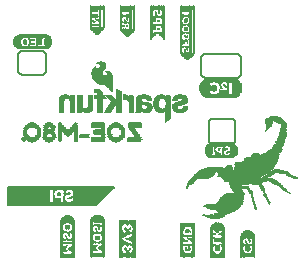
<source format=gbo>
G75*
%MOIN*%
%OFA0B0*%
%FSLAX25Y25*%
%IPPOS*%
%LPD*%
%AMOC8*
5,1,8,0,0,1.08239X$1,22.5*
%
%ADD10C,0.00500*%
%ADD11C,0.00800*%
%ADD12C,0.00600*%
%ADD13R,0.00118X0.11457*%
%ADD14R,0.00079X0.11457*%
%ADD15R,0.00157X0.11457*%
%ADD16R,0.00118X0.02480*%
%ADD17R,0.00118X0.08268*%
%ADD18R,0.00157X0.02244*%
%ADD19R,0.00157X0.00945*%
%ADD20R,0.00157X0.01417*%
%ADD21R,0.00157X0.00472*%
%ADD22R,0.00118X0.02008*%
%ADD23R,0.00118X0.00591*%
%ADD24R,0.00118X0.01181*%
%ADD25R,0.00118X0.00354*%
%ADD26R,0.00118X0.01890*%
%ADD27R,0.00118X0.00472*%
%ADD28R,0.00118X0.01063*%
%ADD29R,0.00118X0.01654*%
%ADD30R,0.00118X0.01772*%
%ADD31R,0.00157X0.01654*%
%ADD32R,0.00157X0.00354*%
%ADD33R,0.00118X0.01535*%
%ADD34R,0.00118X0.00827*%
%ADD35R,0.00118X0.01417*%
%ADD36R,0.00118X0.00709*%
%ADD37R,0.00118X0.02126*%
%ADD38R,0.00157X0.00591*%
%ADD39R,0.00157X0.01299*%
%ADD40R,0.00118X0.01299*%
%ADD41R,0.00118X0.02244*%
%ADD42R,0.00157X0.00709*%
%ADD43R,0.00157X0.00118*%
%ADD44R,0.00157X0.00236*%
%ADD45R,0.00157X0.01181*%
%ADD46R,0.00118X0.00236*%
%ADD47R,0.00118X0.00118*%
%ADD48R,0.00157X0.01063*%
%ADD49R,0.00118X0.00945*%
%ADD50R,0.00157X0.01535*%
%ADD51R,0.00157X0.00827*%
%ADD52R,0.00157X0.02126*%
%ADD53R,0.00118X0.02362*%
%ADD54R,0.00118X0.09921*%
%ADD55R,0.00118X0.10276*%
%ADD56R,0.00079X0.10512*%
%ADD57R,0.00157X0.10748*%
%ADD58R,0.00118X0.10866*%
%ADD59R,0.00118X0.10984*%
%ADD60R,0.00079X0.11102*%
%ADD61R,0.00118X0.02717*%
%ADD62R,0.00118X0.05433*%
%ADD63R,0.00157X0.02362*%
%ADD64R,0.00157X0.01890*%
%ADD65R,0.00157X0.02480*%
%ADD66R,0.00118X0.02598*%
%ADD67R,0.00118X0.02953*%
%ADD68R,0.00157X0.02008*%
%ADD69R,0.00157X0.03071*%
%ADD70R,0.00118X0.03189*%
%ADD71R,0.00118X0.03307*%
%ADD72R,0.00118X0.03425*%
%ADD73R,0.00157X0.03543*%
%ADD74R,0.00118X0.03543*%
%ADD75R,0.00157X0.03189*%
%ADD76R,0.00118X0.03071*%
%ADD77R,0.00118X0.02835*%
%ADD78R,0.00157X0.02598*%
%ADD79R,0.00118X0.11102*%
%ADD80R,0.00118X0.10748*%
%ADD81R,0.00118X0.10512*%
%ADD82R,0.00157X0.12520*%
%ADD83R,0.00118X0.12520*%
%ADD84R,0.00118X0.06220*%
%ADD85R,0.00157X0.02047*%
%ADD86R,0.00118X0.01929*%
%ADD87R,0.00118X0.02047*%
%ADD88R,0.00157X0.01772*%
%ADD89R,0.00157X0.00551*%
%ADD90R,0.00157X0.01811*%
%ADD91R,0.00118X0.00433*%
%ADD92R,0.00118X0.01811*%
%ADD93R,0.00118X0.00276*%
%ADD94R,0.00118X0.00394*%
%ADD95R,0.00118X0.01496*%
%ADD96R,0.00118X0.00551*%
%ADD97R,0.00157X0.00669*%
%ADD98R,0.00157X0.01378*%
%ADD99R,0.00157X0.01496*%
%ADD100R,0.00118X0.00984*%
%ADD101R,0.00118X0.01260*%
%ADD102R,0.00157X0.01929*%
%ADD103R,0.00157X0.01102*%
%ADD104R,0.00157X0.00984*%
%ADD105R,0.00118X0.01102*%
%ADD106R,0.00157X0.01260*%
%ADD107R,0.00157X0.00394*%
%ADD108R,0.00157X0.02087*%
%ADD109R,0.00118X0.03031*%
%ADD110R,0.00118X0.00157*%
%ADD111R,0.00118X0.02638*%
%ADD112R,0.00157X0.01220*%
%ADD113R,0.00157X0.00157*%
%ADD114R,0.00118X0.01220*%
%ADD115R,0.00118X0.00669*%
%ADD116R,0.00118X0.01378*%
%ADD117R,0.00157X0.02205*%
%ADD118R,0.00118X0.02205*%
%ADD119C,0.00300*%
%ADD120R,0.04016X0.00236*%
%ADD121R,0.01417X0.00236*%
%ADD122R,0.03780X0.00236*%
%ADD123R,0.00236X0.00236*%
%ADD124R,0.00472X0.00236*%
%ADD125R,0.04724X0.00236*%
%ADD126R,0.02835X0.00236*%
%ADD127R,0.02362X0.00236*%
%ADD128R,0.02598X0.00236*%
%ADD129R,0.04961X0.00236*%
%ADD130R,0.03543X0.00236*%
%ADD131R,0.01654X0.00236*%
%ADD132R,0.01890X0.00236*%
%ADD133R,0.03307X0.00236*%
%ADD134R,0.04488X0.00236*%
%ADD135R,0.02126X0.00236*%
%ADD136R,0.05197X0.00236*%
%ADD137R,0.05433X0.00236*%
%ADD138R,0.03071X0.00236*%
%ADD139R,0.06614X0.00236*%
%ADD140R,0.04252X0.00236*%
%ADD141R,0.00945X0.00236*%
%ADD142R,0.06142X0.00236*%
%ADD143R,0.05906X0.00236*%
%ADD144R,0.05669X0.00236*%
%ADD145R,0.01181X0.00236*%
%ADD146R,0.00709X0.00236*%
%ADD147R,0.07441X0.00118*%
%ADD148R,0.08150X0.00118*%
%ADD149R,0.08622X0.00079*%
%ADD150R,0.09094X0.00157*%
%ADD151R,0.09331X0.00118*%
%ADD152R,0.09567X0.00118*%
%ADD153R,0.09803X0.00079*%
%ADD154R,0.02835X0.00118*%
%ADD155R,0.06614X0.00118*%
%ADD156R,0.02598X0.00157*%
%ADD157R,0.00827X0.00157*%
%ADD158R,0.01063X0.00157*%
%ADD159R,0.02244X0.00157*%
%ADD160R,0.02480X0.00118*%
%ADD161R,0.00709X0.00118*%
%ADD162R,0.02244X0.00118*%
%ADD163R,0.00591X0.00118*%
%ADD164R,0.02362X0.00118*%
%ADD165R,0.00472X0.00118*%
%ADD166R,0.02480X0.00157*%
%ADD167R,0.00591X0.00157*%
%ADD168R,0.00354X0.00157*%
%ADD169R,0.02362X0.00157*%
%ADD170R,0.00354X0.00118*%
%ADD171R,0.01772X0.00118*%
%ADD172R,0.00827X0.00118*%
%ADD173R,0.00236X0.00118*%
%ADD174R,0.01772X0.00157*%
%ADD175R,0.00945X0.00157*%
%ADD176R,0.00236X0.00157*%
%ADD177R,0.02598X0.00118*%
%ADD178R,0.01535X0.00118*%
%ADD179R,0.00945X0.00118*%
%ADD180R,0.01063X0.00118*%
%ADD181R,0.02717X0.00118*%
%ADD182R,0.02717X0.00157*%
%ADD183R,0.02953X0.00118*%
%ADD184R,0.03189X0.00118*%
%ADD185R,0.03661X0.00118*%
%ADD186R,0.03898X0.00157*%
%ADD187R,0.00709X0.00157*%
%ADD188R,0.01181X0.00118*%
%ADD189R,0.01890X0.00118*%
%ADD190R,0.01890X0.00157*%
%ADD191R,0.02126X0.00118*%
%ADD192R,0.02008X0.00157*%
%ADD193R,0.09803X0.00118*%
%ADD194R,0.09094X0.00118*%
%ADD195R,0.08622X0.00118*%
%ADD196R,0.00118X0.11339*%
%ADD197R,0.00079X0.11220*%
%ADD198R,0.00157X0.11102*%
%ADD199R,0.00079X0.10748*%
%ADD200R,0.00118X0.07795*%
%ADD201R,0.00157X0.02717*%
%ADD202R,0.00118X0.11220*%
%ADD203R,0.00118X0.16063*%
%ADD204R,0.00118X0.16181*%
%ADD205R,0.00079X0.16417*%
%ADD206R,0.00157X0.16535*%
%ADD207R,0.00079X0.01181*%
%ADD208R,0.00079X0.01299*%
%ADD209R,0.00118X0.17362*%
%ADD210R,0.00118X0.17480*%
%ADD211R,0.00157X0.17598*%
%ADD212R,0.00118X0.17717*%
%ADD213R,0.00157X0.03307*%
%ADD214R,0.00118X0.16654*%
%ADD215R,0.00118X0.16535*%
%ADD216R,0.00118X0.16417*%
%ADD217R,0.10039X0.00118*%
%ADD218R,0.10512X0.00079*%
%ADD219R,0.10984X0.00157*%
%ADD220R,0.11220X0.00118*%
%ADD221R,0.11457X0.00118*%
%ADD222R,0.11693X0.00079*%
%ADD223R,0.11929X0.00118*%
%ADD224R,0.03071X0.00157*%
%ADD225R,0.02008X0.00118*%
%ADD226R,0.01181X0.00157*%
%ADD227R,0.02953X0.00157*%
%ADD228R,0.03071X0.00118*%
%ADD229R,0.11693X0.00118*%
%ADD230R,0.10984X0.00118*%
%ADD231R,0.10512X0.00118*%
%ADD232R,0.00118X0.12283*%
%ADD233R,0.00118X0.12638*%
%ADD234R,0.00079X0.12874*%
%ADD235R,0.00157X0.13110*%
%ADD236R,0.00118X0.13228*%
%ADD237R,0.00118X0.13346*%
%ADD238R,0.00079X0.13465*%
%ADD239R,0.00118X0.06850*%
%ADD240R,0.00157X0.02953*%
%ADD241R,0.00157X0.02835*%
%ADD242R,0.00118X0.13465*%
%ADD243R,0.00118X0.13110*%
%ADD244R,0.00118X0.12874*%
%ADD245R,0.00118X0.06260*%
%ADD246R,0.00118X0.03898*%
%ADD247R,0.00118X0.07087*%
%ADD248R,0.00118X0.07441*%
%ADD249R,0.00079X0.07677*%
%ADD250R,0.00157X0.07913*%
%ADD251R,0.00118X0.08031*%
%ADD252R,0.00118X0.08150*%
%ADD253R,0.00079X0.08268*%
%ADD254R,0.00157X0.03780*%
%ADD255R,0.00157X0.03425*%
%ADD256R,0.00118X0.07913*%
%ADD257R,0.00118X0.07677*%
%ADD258R,0.11496X0.00157*%
%ADD259R,0.02835X0.00157*%
%ADD260R,0.07874X0.00157*%
%ADD261R,0.01102X0.00157*%
%ADD262R,0.01417X0.00157*%
%ADD263R,0.02205X0.00157*%
%ADD264R,0.02047X0.00157*%
%ADD265R,0.00787X0.00157*%
%ADD266R,0.01732X0.00157*%
%ADD267R,0.00630X0.00157*%
%ADD268R,0.00472X0.00157*%
%ADD269R,0.00315X0.00157*%
%ADD270R,0.01260X0.00157*%
%ADD271R,0.02677X0.00157*%
%ADD272R,0.03307X0.00157*%
%ADD273R,0.03622X0.00157*%
%ADD274R,0.01575X0.00157*%
%ADD275R,0.02520X0.00157*%
%ADD276R,0.09606X0.00157*%
%ADD277R,0.10551X0.00157*%
%ADD278R,0.11181X0.00157*%
%ADD279R,0.11811X0.00157*%
%ADD280R,0.12126X0.00157*%
%ADD281R,0.12441X0.00157*%
%ADD282R,0.12756X0.00157*%
%ADD283R,0.04882X0.00157*%
%ADD284R,0.03937X0.00157*%
%ADD285R,0.02992X0.00157*%
%ADD286R,0.03465X0.00157*%
%ADD287R,0.03150X0.00157*%
%ADD288R,0.03780X0.00157*%
%ADD289R,0.05669X0.00157*%
%ADD290R,0.05827X0.00157*%
%ADD291R,0.05984X0.00157*%
%ADD292R,0.04094X0.00157*%
%ADD293R,0.04567X0.00157*%
%ADD294R,0.00118X0.07559*%
%ADD295R,0.00079X0.07913*%
%ADD296R,0.00157X0.08031*%
%ADD297R,0.00118X0.08858*%
%ADD298R,0.00118X0.08976*%
%ADD299R,0.00157X0.09094*%
%ADD300R,0.00118X0.09213*%
%ADD301R,0.00118X0.08386*%
%ADD302R,0.00079X0.08622*%
%ADD303R,0.00157X0.08740*%
%ADD304R,0.00118X0.09567*%
%ADD305R,0.00118X0.09685*%
%ADD306R,0.00157X0.09803*%
%ADD307R,0.00118X0.08740*%
%ADD308R,0.00118X0.08622*%
%ADD309R,0.00591X0.00079*%
%ADD310R,0.00984X0.00079*%
%ADD311R,0.01142X0.00118*%
%ADD312R,0.02835X0.00079*%
%ADD313R,0.03110X0.00118*%
%ADD314R,0.03701X0.00079*%
%ADD315R,0.03898X0.00118*%
%ADD316R,0.04567X0.00079*%
%ADD317R,0.04764X0.00118*%
%ADD318R,0.05157X0.00079*%
%ADD319R,0.05354X0.00118*%
%ADD320R,0.05512X0.00079*%
%ADD321R,0.05748X0.00118*%
%ADD322R,0.05906X0.00079*%
%ADD323R,0.06024X0.00118*%
%ADD324R,0.03583X0.00079*%
%ADD325R,0.02520X0.00079*%
%ADD326R,0.03504X0.00079*%
%ADD327R,0.03425X0.00118*%
%ADD328R,0.02520X0.00118*%
%ADD329R,0.03307X0.00079*%
%ADD330R,0.03110X0.00079*%
%ADD331R,0.02992X0.00118*%
%ADD332R,0.03031X0.00079*%
%ADD333R,0.02913X0.00118*%
%ADD334R,0.02441X0.00118*%
%ADD335R,0.02441X0.00079*%
%ADD336R,0.02638X0.00118*%
%ADD337R,0.02323X0.00079*%
%ADD338R,0.02165X0.00118*%
%ADD339R,0.01969X0.00079*%
%ADD340R,0.02244X0.00079*%
%ADD341R,0.01850X0.00118*%
%ADD342R,0.02047X0.00079*%
%ADD343R,0.02126X0.00079*%
%ADD344R,0.02047X0.00118*%
%ADD345R,0.01850X0.00079*%
%ADD346R,0.01732X0.00079*%
%ADD347R,0.01654X0.00118*%
%ADD348R,0.01535X0.00079*%
%ADD349R,0.01457X0.00118*%
%ADD350R,0.01260X0.00079*%
%ADD351R,0.00866X0.00079*%
%ADD352R,0.00787X0.00118*%
%ADD353R,0.00669X0.00079*%
%ADD354R,0.01969X0.00118*%
%ADD355R,0.01929X0.00118*%
%ADD356R,0.00197X0.00079*%
%ADD357R,0.02559X0.00079*%
%ADD358R,0.02559X0.00118*%
%ADD359R,0.02638X0.00079*%
%ADD360R,0.02362X0.00079*%
%ADD361R,0.02323X0.00118*%
%ADD362R,0.02717X0.00079*%
%ADD363R,0.02913X0.00079*%
%ADD364R,0.03031X0.00118*%
%ADD365R,0.02795X0.00079*%
%ADD366R,0.02992X0.00079*%
%ADD367R,0.03228X0.00118*%
%ADD368R,0.03150X0.00079*%
%ADD369R,0.03228X0.00079*%
%ADD370R,0.03307X0.00118*%
%ADD371R,0.03622X0.00079*%
%ADD372R,0.03701X0.00118*%
%ADD373R,0.03780X0.00079*%
%ADD374R,0.03976X0.00118*%
%ADD375R,0.04173X0.00079*%
%ADD376R,0.04291X0.00118*%
%ADD377R,0.04488X0.00079*%
%ADD378R,0.04449X0.00118*%
%ADD379R,0.04567X0.00118*%
%ADD380R,0.04488X0.00118*%
%ADD381R,0.04685X0.00079*%
%ADD382R,0.04843X0.00118*%
%ADD383R,0.00512X0.00118*%
%ADD384R,0.05354X0.00079*%
%ADD385R,0.01654X0.00079*%
%ADD386R,0.05551X0.00118*%
%ADD387R,0.05748X0.00079*%
%ADD388R,0.02205X0.00079*%
%ADD389R,0.05827X0.00118*%
%ADD390R,0.05945X0.00079*%
%ADD391R,0.09252X0.00079*%
%ADD392R,0.09252X0.00118*%
%ADD393R,0.09331X0.00079*%
%ADD394R,0.09449X0.00079*%
%ADD395R,0.09449X0.00118*%
%ADD396R,0.09409X0.00079*%
%ADD397R,0.11181X0.00079*%
%ADD398R,0.11260X0.00118*%
%ADD399R,0.11378X0.00079*%
%ADD400R,0.11457X0.00079*%
%ADD401R,0.11575X0.00118*%
%ADD402R,0.11575X0.00079*%
%ADD403R,0.11654X0.00118*%
%ADD404R,0.11654X0.00079*%
%ADD405R,0.11772X0.00118*%
%ADD406R,0.00394X0.00079*%
%ADD407R,0.01260X0.00118*%
%ADD408R,0.14016X0.00118*%
%ADD409R,0.14016X0.00079*%
%ADD410R,0.13819X0.00079*%
%ADD411R,0.13780X0.00118*%
%ADD412R,0.13701X0.00079*%
%ADD413R,0.13819X0.00118*%
%ADD414R,0.13701X0.00118*%
%ADD415R,0.13622X0.00079*%
%ADD416R,0.13504X0.00118*%
%ADD417R,0.01339X0.00118*%
%ADD418R,0.13583X0.00079*%
%ADD419R,0.01457X0.00079*%
%ADD420R,0.13583X0.00118*%
%ADD421R,0.13504X0.00079*%
%ADD422R,0.13386X0.00079*%
%ADD423R,0.02165X0.00079*%
%ADD424R,0.01063X0.00079*%
%ADD425R,0.13386X0.00118*%
%ADD426R,0.00984X0.00118*%
%ADD427R,0.13307X0.00079*%
%ADD428R,0.13189X0.00079*%
%ADD429R,0.02402X0.00079*%
%ADD430R,0.05039X0.00079*%
%ADD431R,0.13110X0.00118*%
%ADD432R,0.05433X0.00118*%
%ADD433R,0.12992X0.00079*%
%ADD434R,0.02598X0.00079*%
%ADD435R,0.12913X0.00118*%
%ADD436R,0.06339X0.00118*%
%ADD437R,0.12795X0.00079*%
%ADD438R,0.09646X0.00079*%
%ADD439R,0.00079X0.00118*%
%ADD440R,0.12638X0.00118*%
%ADD441R,0.09921X0.00118*%
%ADD442R,0.12441X0.00079*%
%ADD443R,0.10315X0.00079*%
%ADD444R,0.12362X0.00118*%
%ADD445R,0.10591X0.00118*%
%ADD446R,0.02953X0.00079*%
%ADD447R,0.12323X0.00079*%
%ADD448R,0.10866X0.00079*%
%ADD449R,0.03583X0.00118*%
%ADD450R,0.12244X0.00118*%
%ADD451R,0.11063X0.00118*%
%ADD452R,0.12362X0.00079*%
%ADD453R,0.04370X0.00118*%
%ADD454R,0.23819X0.00118*%
%ADD455R,0.04764X0.00079*%
%ADD456R,0.23898X0.00079*%
%ADD457R,0.23937X0.00118*%
%ADD458R,0.05709X0.00079*%
%ADD459R,0.17520X0.00079*%
%ADD460R,0.06102X0.00079*%
%ADD461R,0.03780X0.00118*%
%ADD462R,0.17205X0.00118*%
%ADD463R,0.06142X0.00118*%
%ADD464R,0.17008X0.00079*%
%ADD465R,0.06142X0.00079*%
%ADD466R,0.16732X0.00079*%
%ADD467R,0.16535X0.00118*%
%ADD468R,0.16260X0.00079*%
%ADD469R,0.06220X0.00079*%
%ADD470R,0.00669X0.00118*%
%ADD471R,0.16063X0.00118*%
%ADD472R,0.06220X0.00118*%
%ADD473R,0.15827X0.00079*%
%ADD474R,0.02205X0.00118*%
%ADD475R,0.15630X0.00118*%
%ADD476R,0.15472X0.00079*%
%ADD477R,0.06299X0.00079*%
%ADD478R,0.15472X0.00118*%
%ADD479R,0.01929X0.00079*%
%ADD480R,0.15276X0.00079*%
%ADD481R,0.15276X0.00118*%
%ADD482R,0.14961X0.00079*%
%ADD483R,0.14882X0.00118*%
%ADD484R,0.13780X0.00079*%
%ADD485R,0.00276X0.00118*%
%ADD486R,0.06417X0.00118*%
%ADD487R,0.13425X0.00079*%
%ADD488R,0.01811X0.00079*%
%ADD489R,0.13346X0.00079*%
%ADD490R,0.01732X0.00118*%
%ADD491R,0.13228X0.00118*%
%ADD492R,0.13150X0.00079*%
%ADD493R,0.15551X0.00118*%
%ADD494R,0.00118X0.00079*%
%ADD495R,0.16339X0.00118*%
%ADD496R,0.16417X0.00079*%
%ADD497R,0.00709X0.00079*%
%ADD498R,0.16496X0.00118*%
%ADD499R,0.17008X0.00118*%
%ADD500R,0.17205X0.00079*%
%ADD501R,0.17402X0.00118*%
%ADD502R,0.14488X0.00079*%
%ADD503R,0.01772X0.00079*%
%ADD504R,0.14173X0.00118*%
%ADD505R,0.12165X0.00118*%
%ADD506R,0.11339X0.00079*%
%ADD507R,0.10709X0.00118*%
%ADD508R,0.10591X0.00079*%
%ADD509R,0.02402X0.00118*%
%ADD510R,0.10709X0.00079*%
%ADD511R,0.10669X0.00118*%
%ADD512R,0.00472X0.00079*%
%ADD513R,0.01181X0.00079*%
%ADD514R,0.06496X0.00118*%
%ADD515R,0.06024X0.00079*%
%ADD516R,0.00157X0.00079*%
%ADD517R,0.04173X0.00118*%
%ADD518R,0.04094X0.00118*%
%ADD519R,0.03976X0.00079*%
%ADD520R,0.00748X0.00118*%
%ADD521R,0.01142X0.00079*%
%ADD522R,0.06063X0.00079*%
%ADD523R,0.01575X0.00079*%
%ADD524R,0.01339X0.00079*%
%ADD525R,0.01378X0.00079*%
%ADD526R,0.03189X0.00079*%
%ADD527R,0.00512X0.00079*%
%ADD528R,0.01378X0.00118*%
%ADD529R,0.00315X0.00118*%
%ADD530R,0.00315X0.00079*%
%ADD531R,0.00866X0.00118*%
%ADD532R,0.00787X0.00079*%
%ADD533R,0.00945X0.00079*%
%ADD534R,0.00748X0.00079*%
%ADD535R,0.03425X0.00079*%
%ADD536R,0.01299X0.00118*%
%ADD537R,0.01299X0.00079*%
%ADD538R,0.00906X0.00118*%
%ADD539R,0.01102X0.00079*%
%ADD540R,0.00906X0.00079*%
%ADD541R,0.06417X0.00079*%
%ADD542R,0.01102X0.00118*%
%ADD543R,0.06614X0.00079*%
%ADD544R,0.06693X0.00079*%
%ADD545R,0.06811X0.00118*%
%ADD546R,0.07008X0.00079*%
%ADD547R,0.07087X0.00079*%
%ADD548R,0.07205X0.00118*%
%ADD549R,0.07283X0.00079*%
%ADD550R,0.07520X0.00118*%
%ADD551R,0.07520X0.00079*%
%ADD552R,0.07677X0.00118*%
%ADD553R,0.07677X0.00079*%
%ADD554R,0.07795X0.00118*%
%ADD555R,0.07874X0.00079*%
%ADD556R,0.07874X0.00118*%
%ADD557R,0.07992X0.00079*%
%ADD558R,0.08071X0.00118*%
%ADD559R,0.07953X0.00079*%
%ADD560R,0.08071X0.00079*%
%ADD561R,0.08150X0.00079*%
%ADD562R,0.08268X0.00079*%
%ADD563R,0.08268X0.00118*%
%ADD564R,0.08386X0.00079*%
%ADD565R,0.00551X0.00118*%
%ADD566R,0.08465X0.00118*%
%ADD567R,0.08346X0.00079*%
%ADD568R,0.08543X0.00118*%
%ADD569R,0.08661X0.00079*%
%ADD570R,0.08858X0.00118*%
%ADD571R,0.08937X0.00079*%
%ADD572R,0.09134X0.00118*%
%ADD573R,0.09724X0.00079*%
%ADD574R,0.11969X0.00079*%
%ADD575R,0.12244X0.00079*%
%ADD576R,0.12441X0.00118*%
%ADD577R,0.12323X0.00118*%
%ADD578R,0.11850X0.00079*%
%ADD579R,0.00079X0.00079*%
%ADD580R,0.11260X0.00079*%
%ADD581R,0.00276X0.00079*%
%ADD582R,0.09528X0.00079*%
%ADD583R,0.00197X0.00118*%
%ADD584R,0.09055X0.00118*%
%ADD585R,0.06890X0.00079*%
%ADD586R,0.06693X0.00118*%
%ADD587R,0.06339X0.00079*%
%ADD588R,0.05039X0.00118*%
%ADD589R,0.04961X0.00079*%
%ADD590R,0.04646X0.00118*%
%ADD591R,0.04252X0.00118*%
%ADD592R,0.04291X0.00079*%
%ADD593R,0.04252X0.00079*%
%ADD594R,0.04094X0.00079*%
%ADD595R,0.04921X0.00079*%
%ADD596R,0.07480X0.00118*%
%ADD597R,0.07323X0.00079*%
%ADD598R,0.06890X0.00118*%
%ADD599R,0.05827X0.00079*%
%ADD600R,0.04055X0.00118*%
D10*
X0114333Y0080550D02*
X0114333Y0086500D01*
X0127033Y0086500D01*
X0127033Y0080550D01*
X0114333Y0080550D01*
X0114333Y0080923D02*
X0127033Y0080923D01*
X0127033Y0081421D02*
X0114333Y0081421D01*
X0114333Y0081920D02*
X0127033Y0081920D01*
X0127033Y0082418D02*
X0114333Y0082418D01*
X0114333Y0082917D02*
X0127033Y0082917D01*
X0127033Y0083415D02*
X0114333Y0083415D01*
X0114333Y0083914D02*
X0127033Y0083914D01*
X0127033Y0084412D02*
X0114333Y0084412D01*
X0114333Y0084911D02*
X0127033Y0084911D01*
X0127033Y0085409D02*
X0114333Y0085409D01*
X0114333Y0085908D02*
X0127033Y0085908D01*
X0127033Y0086406D02*
X0114333Y0086406D01*
X0137213Y0086406D02*
X0149540Y0086406D01*
X0149623Y0086490D02*
X0143683Y0080550D01*
X0137213Y0080550D01*
X0137213Y0086490D01*
X0149623Y0086490D01*
X0149041Y0085908D02*
X0137213Y0085908D01*
X0137213Y0085409D02*
X0148543Y0085409D01*
X0148044Y0084911D02*
X0137213Y0084911D01*
X0137213Y0084412D02*
X0147545Y0084412D01*
X0147047Y0083914D02*
X0137213Y0083914D01*
X0137213Y0083415D02*
X0146548Y0083415D01*
X0146050Y0082917D02*
X0137213Y0082917D01*
X0137213Y0082418D02*
X0145551Y0082418D01*
X0145053Y0081920D02*
X0137213Y0081920D01*
X0137213Y0081421D02*
X0144554Y0081421D01*
X0144056Y0080923D02*
X0137213Y0080923D01*
D11*
X0180333Y0123000D02*
X0190333Y0123000D01*
X0190416Y0123002D01*
X0190499Y0123008D01*
X0190582Y0123017D01*
X0190664Y0123031D01*
X0190745Y0123048D01*
X0190826Y0123069D01*
X0190905Y0123093D01*
X0190983Y0123122D01*
X0191060Y0123153D01*
X0191135Y0123189D01*
X0191209Y0123227D01*
X0191281Y0123270D01*
X0191350Y0123315D01*
X0191418Y0123364D01*
X0191483Y0123415D01*
X0191546Y0123470D01*
X0191606Y0123527D01*
X0191663Y0123587D01*
X0191718Y0123650D01*
X0191769Y0123715D01*
X0191818Y0123783D01*
X0191863Y0123852D01*
X0191906Y0123924D01*
X0191944Y0123998D01*
X0191980Y0124073D01*
X0192011Y0124150D01*
X0192040Y0124228D01*
X0192064Y0124307D01*
X0192085Y0124388D01*
X0192102Y0124469D01*
X0192116Y0124551D01*
X0192125Y0124634D01*
X0192131Y0124717D01*
X0192133Y0124800D01*
X0192133Y0129200D01*
X0192131Y0129283D01*
X0192125Y0129366D01*
X0192116Y0129449D01*
X0192102Y0129531D01*
X0192085Y0129612D01*
X0192064Y0129693D01*
X0192040Y0129772D01*
X0192011Y0129850D01*
X0191980Y0129927D01*
X0191944Y0130002D01*
X0191906Y0130076D01*
X0191863Y0130148D01*
X0191818Y0130217D01*
X0191769Y0130285D01*
X0191718Y0130350D01*
X0191663Y0130413D01*
X0191606Y0130473D01*
X0191546Y0130530D01*
X0191483Y0130585D01*
X0191418Y0130636D01*
X0191350Y0130685D01*
X0191281Y0130730D01*
X0191209Y0130773D01*
X0191135Y0130811D01*
X0191060Y0130847D01*
X0190983Y0130878D01*
X0190905Y0130907D01*
X0190826Y0130931D01*
X0190745Y0130952D01*
X0190664Y0130969D01*
X0190582Y0130983D01*
X0190499Y0130992D01*
X0190416Y0130998D01*
X0190333Y0131000D01*
X0180333Y0131000D01*
X0180250Y0130998D01*
X0180167Y0130992D01*
X0180084Y0130983D01*
X0180002Y0130969D01*
X0179921Y0130952D01*
X0179840Y0130931D01*
X0179761Y0130907D01*
X0179683Y0130878D01*
X0179606Y0130847D01*
X0179531Y0130811D01*
X0179457Y0130773D01*
X0179385Y0130730D01*
X0179316Y0130685D01*
X0179248Y0130636D01*
X0179183Y0130585D01*
X0179120Y0130530D01*
X0179060Y0130473D01*
X0179003Y0130413D01*
X0178948Y0130350D01*
X0178897Y0130285D01*
X0178848Y0130217D01*
X0178803Y0130148D01*
X0178760Y0130076D01*
X0178722Y0130002D01*
X0178686Y0129927D01*
X0178655Y0129850D01*
X0178626Y0129772D01*
X0178602Y0129693D01*
X0178581Y0129612D01*
X0178564Y0129531D01*
X0178550Y0129449D01*
X0178541Y0129366D01*
X0178535Y0129283D01*
X0178533Y0129200D01*
X0178533Y0124800D01*
X0178535Y0124717D01*
X0178541Y0124634D01*
X0178550Y0124551D01*
X0178564Y0124469D01*
X0178581Y0124388D01*
X0178602Y0124307D01*
X0178626Y0124228D01*
X0178655Y0124150D01*
X0178686Y0124073D01*
X0178722Y0123998D01*
X0178760Y0123924D01*
X0178803Y0123852D01*
X0178848Y0123783D01*
X0178897Y0123715D01*
X0178948Y0123650D01*
X0179003Y0123587D01*
X0179060Y0123527D01*
X0179120Y0123470D01*
X0179183Y0123415D01*
X0179248Y0123364D01*
X0179316Y0123315D01*
X0179385Y0123270D01*
X0179457Y0123227D01*
X0179531Y0123189D01*
X0179606Y0123153D01*
X0179683Y0123122D01*
X0179761Y0123093D01*
X0179840Y0123069D01*
X0179921Y0123048D01*
X0180002Y0123031D01*
X0180084Y0123017D01*
X0180167Y0123008D01*
X0180250Y0123002D01*
X0180333Y0123000D01*
D12*
X0182233Y0109200D02*
X0189033Y0109200D01*
X0189093Y0109198D01*
X0189154Y0109193D01*
X0189213Y0109184D01*
X0189272Y0109171D01*
X0189331Y0109155D01*
X0189388Y0109135D01*
X0189443Y0109112D01*
X0189498Y0109085D01*
X0189550Y0109056D01*
X0189601Y0109023D01*
X0189650Y0108987D01*
X0189696Y0108949D01*
X0189740Y0108907D01*
X0189782Y0108863D01*
X0189820Y0108817D01*
X0189856Y0108768D01*
X0189889Y0108717D01*
X0189918Y0108665D01*
X0189945Y0108610D01*
X0189968Y0108555D01*
X0189988Y0108498D01*
X0190004Y0108439D01*
X0190017Y0108380D01*
X0190026Y0108321D01*
X0190031Y0108260D01*
X0190033Y0108200D01*
X0190033Y0102200D01*
X0190031Y0102140D01*
X0190026Y0102079D01*
X0190017Y0102020D01*
X0190004Y0101961D01*
X0189988Y0101902D01*
X0189968Y0101845D01*
X0189945Y0101790D01*
X0189918Y0101735D01*
X0189889Y0101683D01*
X0189856Y0101632D01*
X0189820Y0101583D01*
X0189782Y0101537D01*
X0189740Y0101493D01*
X0189696Y0101451D01*
X0189650Y0101413D01*
X0189601Y0101377D01*
X0189550Y0101344D01*
X0189498Y0101315D01*
X0189443Y0101288D01*
X0189388Y0101265D01*
X0189331Y0101245D01*
X0189272Y0101229D01*
X0189213Y0101216D01*
X0189154Y0101207D01*
X0189093Y0101202D01*
X0189033Y0101200D01*
X0182233Y0101200D01*
X0182173Y0101202D01*
X0182112Y0101207D01*
X0182053Y0101216D01*
X0181994Y0101229D01*
X0181935Y0101245D01*
X0181878Y0101265D01*
X0181823Y0101288D01*
X0181768Y0101315D01*
X0181716Y0101344D01*
X0181665Y0101377D01*
X0181616Y0101413D01*
X0181570Y0101451D01*
X0181526Y0101493D01*
X0181484Y0101537D01*
X0181446Y0101583D01*
X0181410Y0101632D01*
X0181377Y0101683D01*
X0181348Y0101735D01*
X0181321Y0101790D01*
X0181298Y0101845D01*
X0181278Y0101902D01*
X0181262Y0101961D01*
X0181249Y0102020D01*
X0181240Y0102079D01*
X0181235Y0102140D01*
X0181233Y0102200D01*
X0181233Y0108200D01*
X0181235Y0108260D01*
X0181240Y0108321D01*
X0181249Y0108380D01*
X0181262Y0108439D01*
X0181278Y0108498D01*
X0181298Y0108555D01*
X0181321Y0108610D01*
X0181348Y0108665D01*
X0181377Y0108717D01*
X0181410Y0108768D01*
X0181446Y0108817D01*
X0181484Y0108863D01*
X0181526Y0108907D01*
X0181570Y0108949D01*
X0181616Y0108987D01*
X0181665Y0109023D01*
X0181716Y0109056D01*
X0181768Y0109085D01*
X0181823Y0109112D01*
X0181878Y0109135D01*
X0181935Y0109155D01*
X0181994Y0109171D01*
X0182053Y0109184D01*
X0182112Y0109193D01*
X0182173Y0109198D01*
X0182233Y0109200D01*
X0127133Y0125800D02*
X0127133Y0130200D01*
X0127131Y0130283D01*
X0127125Y0130366D01*
X0127116Y0130449D01*
X0127102Y0130531D01*
X0127085Y0130612D01*
X0127064Y0130693D01*
X0127040Y0130772D01*
X0127011Y0130850D01*
X0126980Y0130927D01*
X0126944Y0131002D01*
X0126906Y0131076D01*
X0126863Y0131148D01*
X0126818Y0131217D01*
X0126769Y0131285D01*
X0126718Y0131350D01*
X0126663Y0131413D01*
X0126606Y0131473D01*
X0126546Y0131530D01*
X0126483Y0131585D01*
X0126418Y0131636D01*
X0126350Y0131685D01*
X0126281Y0131730D01*
X0126209Y0131773D01*
X0126135Y0131811D01*
X0126060Y0131847D01*
X0125983Y0131878D01*
X0125905Y0131907D01*
X0125826Y0131931D01*
X0125745Y0131952D01*
X0125664Y0131969D01*
X0125582Y0131983D01*
X0125499Y0131992D01*
X0125416Y0131998D01*
X0125333Y0132000D01*
X0119333Y0132000D01*
X0119250Y0131998D01*
X0119167Y0131992D01*
X0119084Y0131983D01*
X0119002Y0131969D01*
X0118921Y0131952D01*
X0118840Y0131931D01*
X0118761Y0131907D01*
X0118683Y0131878D01*
X0118606Y0131847D01*
X0118531Y0131811D01*
X0118457Y0131773D01*
X0118385Y0131730D01*
X0118316Y0131685D01*
X0118248Y0131636D01*
X0118183Y0131585D01*
X0118120Y0131530D01*
X0118060Y0131473D01*
X0118003Y0131413D01*
X0117948Y0131350D01*
X0117897Y0131285D01*
X0117848Y0131217D01*
X0117803Y0131148D01*
X0117760Y0131076D01*
X0117722Y0131002D01*
X0117686Y0130927D01*
X0117655Y0130850D01*
X0117626Y0130772D01*
X0117602Y0130693D01*
X0117581Y0130612D01*
X0117564Y0130531D01*
X0117550Y0130449D01*
X0117541Y0130366D01*
X0117535Y0130283D01*
X0117533Y0130200D01*
X0117533Y0125800D01*
X0117535Y0125717D01*
X0117541Y0125634D01*
X0117550Y0125551D01*
X0117564Y0125469D01*
X0117581Y0125388D01*
X0117602Y0125307D01*
X0117626Y0125228D01*
X0117655Y0125150D01*
X0117686Y0125073D01*
X0117722Y0124998D01*
X0117760Y0124924D01*
X0117803Y0124852D01*
X0117848Y0124783D01*
X0117897Y0124715D01*
X0117948Y0124650D01*
X0118003Y0124587D01*
X0118060Y0124527D01*
X0118120Y0124470D01*
X0118183Y0124415D01*
X0118248Y0124364D01*
X0118316Y0124315D01*
X0118385Y0124270D01*
X0118457Y0124227D01*
X0118531Y0124189D01*
X0118606Y0124153D01*
X0118683Y0124122D01*
X0118761Y0124093D01*
X0118840Y0124069D01*
X0118921Y0124048D01*
X0119002Y0124031D01*
X0119084Y0124017D01*
X0119167Y0124008D01*
X0119250Y0124002D01*
X0119333Y0124000D01*
X0125333Y0124000D01*
X0125416Y0124002D01*
X0125499Y0124008D01*
X0125582Y0124017D01*
X0125664Y0124031D01*
X0125745Y0124048D01*
X0125826Y0124069D01*
X0125905Y0124093D01*
X0125983Y0124122D01*
X0126060Y0124153D01*
X0126135Y0124189D01*
X0126209Y0124227D01*
X0126281Y0124270D01*
X0126350Y0124315D01*
X0126418Y0124364D01*
X0126483Y0124415D01*
X0126546Y0124470D01*
X0126606Y0124527D01*
X0126663Y0124587D01*
X0126718Y0124650D01*
X0126769Y0124715D01*
X0126818Y0124783D01*
X0126863Y0124852D01*
X0126906Y0124924D01*
X0126944Y0124998D01*
X0126980Y0125073D01*
X0127011Y0125150D01*
X0127040Y0125228D01*
X0127064Y0125307D01*
X0127085Y0125388D01*
X0127102Y0125469D01*
X0127116Y0125551D01*
X0127125Y0125634D01*
X0127131Y0125717D01*
X0127133Y0125800D01*
D13*
X0161991Y0141265D03*
X0166676Y0141265D03*
X0172091Y0068846D03*
X0172209Y0068846D03*
X0172327Y0068846D03*
X0172445Y0068846D03*
X0172524Y0068846D03*
X0172642Y0068846D03*
X0172760Y0068846D03*
X0176185Y0068846D03*
X0176303Y0068846D03*
X0176658Y0068846D03*
X0176776Y0068846D03*
D14*
X0176559Y0068846D03*
X0176087Y0068846D03*
D15*
X0176441Y0068846D03*
D16*
X0172878Y0073334D03*
X0175988Y0064357D03*
X0193823Y0070754D03*
X0194099Y0070754D03*
X0194217Y0070754D03*
X0156125Y0074291D03*
X0144944Y0075950D03*
X0144668Y0075950D03*
X0144550Y0075950D03*
X0144471Y0075950D03*
X0144196Y0075950D03*
X0144117Y0075950D03*
X0143999Y0075950D03*
X0143723Y0075950D03*
X0135062Y0075732D03*
X0134668Y0075850D03*
X0134550Y0075850D03*
X0134471Y0075850D03*
X0134196Y0075850D03*
X0134117Y0075850D03*
X0133999Y0075850D03*
X0133605Y0075732D03*
X0133526Y0075732D03*
X0154196Y0064251D03*
X0154471Y0064251D03*
X0154747Y0064251D03*
X0156125Y0064251D03*
X0144568Y0138667D03*
X0144450Y0138667D03*
X0144371Y0138667D03*
X0144096Y0138667D03*
X0144017Y0138667D03*
X0143899Y0138667D03*
X0164668Y0145753D03*
D17*
X0156676Y0142850D03*
X0151991Y0142850D03*
X0175988Y0070440D03*
X0192760Y0067269D03*
D18*
X0195851Y0064257D03*
X0182916Y0073234D03*
X0175851Y0073452D03*
X0174906Y0066365D03*
X0175851Y0064239D03*
X0145751Y0075714D03*
X0162916Y0142682D03*
X0154333Y0145862D03*
X0153861Y0145862D03*
X0153388Y0145862D03*
X0152916Y0145862D03*
X0172916Y0145857D03*
X0173388Y0145857D03*
X0173861Y0145857D03*
X0174333Y0145857D03*
D19*
X0174333Y0143672D03*
X0173388Y0143672D03*
X0174333Y0142019D03*
X0174333Y0139302D03*
X0174806Y0138003D03*
X0164806Y0139316D03*
X0164806Y0142032D03*
X0153388Y0143677D03*
X0152916Y0143677D03*
X0144706Y0142033D03*
X0154885Y0072578D03*
X0155987Y0071476D03*
X0154609Y0069271D03*
X0155987Y0067066D03*
X0154885Y0065688D03*
X0175378Y0069023D03*
X0175851Y0067133D03*
X0174906Y0071857D03*
X0182916Y0070931D03*
X0193016Y0067269D03*
D20*
X0184806Y0063726D03*
X0183861Y0063726D03*
X0174906Y0063826D03*
X0173961Y0063826D03*
X0175851Y0068905D03*
X0145751Y0063844D03*
X0142916Y0063844D03*
X0135751Y0063744D03*
X0132916Y0063744D03*
X0143861Y0069631D03*
X0133861Y0073075D03*
X0132916Y0071657D03*
X0175751Y0130562D03*
X0174333Y0132806D03*
X0173861Y0139302D03*
X0173861Y0142019D03*
X0165751Y0143213D03*
X0163388Y0146284D03*
X0155751Y0138362D03*
X0145651Y0139080D03*
D21*
X0143288Y0141679D03*
X0153861Y0141433D03*
X0165278Y0140615D03*
X0165278Y0143331D03*
X0174806Y0143082D03*
X0173861Y0133279D03*
X0173016Y0070440D03*
X0173961Y0068550D03*
X0175378Y0067251D03*
X0175851Y0070440D03*
X0183388Y0070813D03*
X0185278Y0070813D03*
X0144806Y0071285D03*
X0144333Y0071403D03*
X0143388Y0071167D03*
X0143388Y0068096D03*
X0143861Y0066797D03*
X0143861Y0065498D03*
X0135751Y0067878D03*
X0133861Y0066697D03*
X0133861Y0065398D03*
X0132916Y0067878D03*
D22*
X0132778Y0066047D03*
X0142778Y0066147D03*
X0175713Y0064121D03*
X0183054Y0064021D03*
X0183723Y0066265D03*
X0175713Y0073570D03*
X0195713Y0064139D03*
X0173251Y0130503D03*
X0163526Y0139847D03*
X0163251Y0139847D03*
X0163172Y0139847D03*
X0163054Y0139847D03*
X0163172Y0142564D03*
X0162778Y0145989D03*
X0164550Y0145989D03*
X0154196Y0143146D03*
X0153251Y0138303D03*
D23*
X0153172Y0140193D03*
X0153054Y0140193D03*
X0154471Y0140193D03*
X0153723Y0141492D03*
X0153172Y0142319D03*
X0154471Y0142319D03*
X0163526Y0144572D03*
X0165062Y0144572D03*
X0165416Y0143272D03*
X0165416Y0140556D03*
X0163999Y0140556D03*
X0163999Y0137839D03*
X0164117Y0137839D03*
X0164196Y0137839D03*
X0164471Y0137839D03*
X0164550Y0137839D03*
X0164668Y0137839D03*
X0173172Y0136763D03*
X0173605Y0135464D03*
X0173723Y0135464D03*
X0173999Y0135464D03*
X0173999Y0133220D03*
X0174471Y0133220D03*
X0172660Y0133220D03*
X0174550Y0137944D03*
X0174550Y0140661D03*
X0174471Y0140661D03*
X0173172Y0140661D03*
X0173054Y0140661D03*
X0173172Y0142078D03*
X0174944Y0143023D03*
X0143151Y0141738D03*
X0143072Y0141738D03*
X0143054Y0073706D03*
X0143526Y0072525D03*
X0143723Y0071344D03*
X0143251Y0071108D03*
X0145140Y0071226D03*
X0145416Y0073706D03*
X0145534Y0073706D03*
X0135613Y0069118D03*
X0134471Y0071244D03*
X0133251Y0071598D03*
X0133526Y0073134D03*
X0133723Y0066638D03*
X0133723Y0065457D03*
X0143251Y0068155D03*
X0143723Y0066738D03*
X0143723Y0065557D03*
X0172878Y0070381D03*
X0173705Y0068609D03*
X0173823Y0068609D03*
X0175162Y0067192D03*
X0175713Y0067192D03*
X0173626Y0066011D03*
X0183526Y0065911D03*
X0184944Y0066974D03*
X0185416Y0070872D03*
X0183251Y0070872D03*
X0193154Y0067210D03*
X0193705Y0067092D03*
X0193626Y0066029D03*
X0195044Y0067092D03*
D24*
X0195044Y0065970D03*
X0184944Y0065970D03*
X0175713Y0068905D03*
X0174650Y0071976D03*
X0174571Y0071976D03*
X0174296Y0071976D03*
X0174217Y0071976D03*
X0174099Y0065834D03*
X0143723Y0069631D03*
X0135613Y0071657D03*
X0174944Y0138003D03*
X0174196Y0139302D03*
X0174117Y0139302D03*
X0173526Y0139302D03*
X0173526Y0142019D03*
X0174117Y0142019D03*
X0164117Y0143568D03*
X0154471Y0143559D03*
X0152660Y0143559D03*
X0145788Y0146403D03*
X0144844Y0146403D03*
X0144568Y0146403D03*
X0144371Y0143687D03*
X0144096Y0143687D03*
X0144017Y0143687D03*
X0143899Y0143687D03*
X0143623Y0143687D03*
X0143505Y0143687D03*
X0143426Y0143687D03*
X0143151Y0143687D03*
X0143072Y0143687D03*
X0142954Y0143687D03*
X0142678Y0143687D03*
X0142560Y0143687D03*
X0142442Y0141915D03*
X0144962Y0141915D03*
D25*
X0143899Y0142328D03*
X0143426Y0141620D03*
X0143426Y0140675D03*
X0143505Y0140675D03*
X0143623Y0140675D03*
X0143899Y0140675D03*
X0144017Y0140675D03*
X0144096Y0140675D03*
X0144371Y0140675D03*
X0144450Y0140675D03*
X0144568Y0140675D03*
X0144844Y0140675D03*
X0143151Y0140675D03*
X0143072Y0140675D03*
X0142954Y0140675D03*
X0142678Y0140675D03*
X0142560Y0140675D03*
X0142442Y0140675D03*
X0144962Y0143155D03*
X0152660Y0141492D03*
X0153999Y0141374D03*
X0164471Y0140674D03*
X0164550Y0140674D03*
X0164668Y0140674D03*
X0164944Y0140674D03*
X0165062Y0140674D03*
X0165062Y0143272D03*
X0165140Y0143272D03*
X0164668Y0143391D03*
X0164550Y0143391D03*
X0173251Y0140661D03*
X0173526Y0140661D03*
X0174196Y0140661D03*
X0174668Y0143141D03*
X0174196Y0137944D03*
X0174117Y0137826D03*
X0173999Y0137826D03*
X0173251Y0137944D03*
X0173172Y0137944D03*
X0173723Y0136527D03*
X0173999Y0136527D03*
X0173723Y0133338D03*
X0172778Y0133338D03*
X0174668Y0133338D03*
X0143999Y0073824D03*
X0143723Y0073824D03*
X0143605Y0073824D03*
X0143526Y0073824D03*
X0145140Y0072525D03*
X0144668Y0071344D03*
X0144550Y0071344D03*
X0144944Y0071226D03*
X0145062Y0071226D03*
X0145062Y0068037D03*
X0144944Y0068037D03*
X0143723Y0068037D03*
X0143605Y0068037D03*
X0143999Y0066856D03*
X0144117Y0066856D03*
X0144668Y0066147D03*
X0143999Y0065439D03*
X0135613Y0067937D03*
X0135534Y0067937D03*
X0135416Y0067937D03*
X0135140Y0067937D03*
X0135062Y0067937D03*
X0134944Y0067937D03*
X0134668Y0067937D03*
X0134550Y0067937D03*
X0134471Y0067937D03*
X0134196Y0067937D03*
X0134117Y0067937D03*
X0133999Y0067937D03*
X0133723Y0067937D03*
X0133605Y0067937D03*
X0133526Y0067937D03*
X0133251Y0067937D03*
X0133172Y0067937D03*
X0133054Y0067937D03*
X0133172Y0069000D03*
X0133251Y0069000D03*
X0133526Y0069000D03*
X0133605Y0069000D03*
X0134550Y0069000D03*
X0134668Y0069000D03*
X0134944Y0069000D03*
X0135062Y0069000D03*
X0135140Y0069000D03*
X0134117Y0066756D03*
X0133999Y0066756D03*
X0134668Y0066047D03*
X0133999Y0065339D03*
X0134196Y0071362D03*
X0133999Y0071480D03*
X0133723Y0071480D03*
X0133605Y0071480D03*
X0173154Y0070381D03*
X0173272Y0070381D03*
X0173351Y0070381D03*
X0173626Y0070381D03*
X0173705Y0070381D03*
X0173823Y0070381D03*
X0174099Y0070381D03*
X0174217Y0070381D03*
X0174296Y0070381D03*
X0174571Y0070381D03*
X0174650Y0070381D03*
X0174768Y0070381D03*
X0175044Y0070381D03*
X0175162Y0070381D03*
X0175240Y0070381D03*
X0175516Y0070381D03*
X0175634Y0070381D03*
X0175713Y0070381D03*
X0174650Y0069318D03*
X0174571Y0069318D03*
X0174099Y0068491D03*
X0174099Y0067310D03*
X0174217Y0067310D03*
X0174296Y0067310D03*
X0174571Y0067310D03*
X0173823Y0067310D03*
X0173705Y0067310D03*
X0173626Y0067310D03*
X0173351Y0067310D03*
X0173272Y0067310D03*
X0183054Y0067092D03*
X0183526Y0067092D03*
X0185140Y0067092D03*
X0185534Y0067092D03*
X0185140Y0070754D03*
X0185062Y0070754D03*
X0183526Y0070754D03*
X0193272Y0067210D03*
X0193351Y0067210D03*
X0195240Y0067210D03*
D26*
X0195988Y0067151D03*
X0195634Y0064080D03*
X0193154Y0064080D03*
X0185534Y0063962D03*
X0175634Y0064062D03*
X0173154Y0064062D03*
X0173154Y0073629D03*
X0175634Y0073629D03*
X0132778Y0071657D03*
X0153172Y0138362D03*
X0162778Y0137308D03*
X0163251Y0142505D03*
X0163526Y0142505D03*
X0143151Y0138962D03*
D27*
X0144962Y0140734D03*
X0144096Y0142269D03*
X0144017Y0142269D03*
X0153251Y0141315D03*
X0154668Y0141315D03*
X0155062Y0143087D03*
X0164117Y0140615D03*
X0164196Y0140615D03*
X0165140Y0140615D03*
X0164471Y0143450D03*
X0165140Y0144513D03*
X0173172Y0139302D03*
X0174471Y0139302D03*
X0174471Y0138003D03*
X0173054Y0138003D03*
X0173605Y0136586D03*
X0174117Y0136586D03*
X0175062Y0135641D03*
X0174944Y0133279D03*
X0174550Y0133279D03*
X0174471Y0132334D03*
X0173172Y0132334D03*
X0174471Y0142019D03*
X0144196Y0073765D03*
X0144117Y0073765D03*
X0143251Y0073765D03*
X0143172Y0073765D03*
X0143605Y0071285D03*
X0143526Y0071167D03*
X0144471Y0071403D03*
X0145140Y0068096D03*
X0143526Y0068096D03*
X0135534Y0069059D03*
X0135416Y0069059D03*
X0134471Y0069059D03*
X0133723Y0069059D03*
X0133054Y0069059D03*
X0132778Y0067878D03*
X0135140Y0070240D03*
X0133526Y0071539D03*
X0173154Y0067251D03*
X0174650Y0067251D03*
X0175240Y0067251D03*
X0175516Y0067251D03*
X0175634Y0067251D03*
X0174768Y0069259D03*
X0173626Y0071621D03*
X0182778Y0069631D03*
X0183605Y0067033D03*
X0185062Y0067033D03*
X0185613Y0067033D03*
X0193626Y0067151D03*
X0195162Y0067151D03*
X0195516Y0067269D03*
X0195634Y0067269D03*
X0195240Y0068450D03*
D28*
X0193705Y0066029D03*
X0183605Y0065911D03*
X0175634Y0068964D03*
X0175516Y0068964D03*
X0173154Y0068846D03*
X0174099Y0071917D03*
X0174768Y0071917D03*
X0182778Y0070990D03*
X0173823Y0065893D03*
X0145140Y0066147D03*
X0144944Y0069572D03*
X0145534Y0071108D03*
X0143054Y0071108D03*
X0144550Y0073470D03*
X0134944Y0073134D03*
X0133605Y0073134D03*
X0133054Y0071598D03*
X0135140Y0066047D03*
X0176085Y0130739D03*
X0176203Y0130857D03*
X0174117Y0132983D03*
X0172660Y0138062D03*
X0172778Y0140661D03*
X0174196Y0142078D03*
X0174550Y0143613D03*
X0173054Y0143613D03*
X0165613Y0143272D03*
X0163723Y0143154D03*
X0163723Y0144454D03*
X0154550Y0143618D03*
X0152778Y0143618D03*
X0146103Y0139376D03*
X0145985Y0139257D03*
X0144844Y0141974D03*
X0144450Y0143628D03*
X0156085Y0138539D03*
X0156203Y0138657D03*
X0163526Y0137603D03*
X0165140Y0137603D03*
D29*
X0172660Y0134932D03*
X0172778Y0134932D03*
X0173054Y0134932D03*
X0173172Y0134932D03*
X0173251Y0134932D03*
X0174196Y0134932D03*
X0172542Y0131035D03*
X0172660Y0130917D03*
X0173054Y0130562D03*
X0175613Y0130562D03*
X0155613Y0138362D03*
X0163999Y0143686D03*
X0164471Y0146166D03*
X0165140Y0146166D03*
X0165613Y0146166D03*
X0145513Y0139080D03*
X0142954Y0139080D03*
X0154196Y0074704D03*
X0154747Y0074704D03*
X0155573Y0074704D03*
X0154747Y0071554D03*
X0144471Y0069631D03*
X0144196Y0069631D03*
X0144117Y0069631D03*
X0155022Y0063838D03*
X0155298Y0063838D03*
X0155573Y0063838D03*
X0173351Y0063944D03*
X0175516Y0063944D03*
X0183251Y0063844D03*
X0183526Y0068923D03*
X0183605Y0068923D03*
X0183723Y0068923D03*
X0183999Y0068923D03*
X0184117Y0068923D03*
X0184196Y0068923D03*
X0184471Y0068923D03*
X0184550Y0068923D03*
X0184668Y0068923D03*
X0184944Y0068923D03*
X0185062Y0068923D03*
X0185140Y0068923D03*
X0185416Y0068923D03*
X0185534Y0068923D03*
X0193351Y0063962D03*
X0195516Y0063962D03*
X0173351Y0073747D03*
D30*
X0173272Y0073688D03*
X0175516Y0073688D03*
X0185613Y0068864D03*
X0185416Y0063903D03*
X0183172Y0063903D03*
X0173272Y0064003D03*
X0193272Y0064021D03*
X0154471Y0074645D03*
X0152818Y0074645D03*
X0144944Y0073116D03*
X0142778Y0071108D03*
X0143054Y0066147D03*
X0143172Y0066147D03*
X0143251Y0066147D03*
X0143526Y0066147D03*
X0145613Y0066147D03*
X0152818Y0063897D03*
X0135613Y0066047D03*
X0133526Y0066047D03*
X0133251Y0066047D03*
X0133172Y0066047D03*
X0133054Y0066047D03*
X0134944Y0070772D03*
X0173172Y0130503D03*
X0172542Y0134991D03*
X0172542Y0140661D03*
X0175062Y0140661D03*
X0172542Y0143377D03*
X0165062Y0146107D03*
X0154117Y0143264D03*
X0153054Y0138421D03*
X0143072Y0139021D03*
D31*
X0152916Y0138480D03*
X0162916Y0137308D03*
X0165751Y0137308D03*
X0172916Y0134932D03*
X0173388Y0134932D03*
X0174333Y0134932D03*
X0172916Y0130680D03*
X0155436Y0074704D03*
X0154609Y0074704D03*
X0154058Y0074704D03*
X0152955Y0074704D03*
X0145751Y0071049D03*
X0144333Y0069631D03*
X0135751Y0071657D03*
X0134806Y0070831D03*
X0133861Y0069650D03*
X0152955Y0063838D03*
X0153782Y0063838D03*
X0155160Y0063838D03*
X0155436Y0063838D03*
X0155436Y0069350D03*
X0175378Y0073747D03*
X0183388Y0068923D03*
X0183861Y0068923D03*
X0184333Y0068923D03*
X0184806Y0068923D03*
X0185278Y0068923D03*
X0185278Y0063844D03*
X0183388Y0063844D03*
X0175378Y0063944D03*
X0195378Y0063962D03*
D32*
X0195378Y0067210D03*
X0183388Y0067092D03*
X0182916Y0069691D03*
X0175378Y0070381D03*
X0174906Y0070381D03*
X0174433Y0070381D03*
X0173961Y0070381D03*
X0173488Y0070381D03*
X0173488Y0067310D03*
X0173961Y0067310D03*
X0174433Y0067310D03*
X0144806Y0068037D03*
X0143861Y0073824D03*
X0143388Y0073824D03*
X0134333Y0071362D03*
X0133861Y0071480D03*
X0134806Y0069000D03*
X0135278Y0069000D03*
X0135278Y0067937D03*
X0134806Y0067937D03*
X0134333Y0067937D03*
X0133861Y0067937D03*
X0133388Y0067937D03*
X0172916Y0133338D03*
X0174806Y0133338D03*
X0173861Y0136527D03*
X0173861Y0137826D03*
X0174333Y0137944D03*
X0173388Y0137944D03*
X0173388Y0140661D03*
X0174333Y0140661D03*
X0164806Y0140674D03*
X0164333Y0140674D03*
X0144706Y0140675D03*
X0144233Y0140675D03*
X0143761Y0140675D03*
X0143288Y0140675D03*
X0142816Y0140675D03*
D33*
X0152542Y0143500D03*
X0153526Y0141728D03*
X0152778Y0138539D03*
X0163054Y0137367D03*
X0165613Y0137367D03*
X0172542Y0138062D03*
X0175062Y0138062D03*
X0174471Y0134991D03*
X0172778Y0130739D03*
X0172660Y0143495D03*
X0165534Y0146225D03*
X0165416Y0146225D03*
X0163172Y0146225D03*
X0163054Y0146225D03*
X0173626Y0073806D03*
X0175240Y0073806D03*
X0175240Y0063885D03*
X0173626Y0063885D03*
X0183526Y0063785D03*
X0183605Y0063785D03*
X0185062Y0063785D03*
X0185140Y0063785D03*
X0193626Y0063903D03*
X0195240Y0063903D03*
X0145534Y0066147D03*
X0135534Y0066047D03*
X0134550Y0073134D03*
X0134471Y0073134D03*
X0134196Y0073134D03*
X0134117Y0073134D03*
X0133999Y0073134D03*
X0144668Y0073234D03*
D34*
X0143605Y0072525D03*
X0143172Y0071108D03*
X0145416Y0071108D03*
X0145534Y0068273D03*
X0145062Y0066147D03*
X0143054Y0068273D03*
X0135062Y0066047D03*
X0133605Y0070181D03*
X0133172Y0071598D03*
X0135062Y0071362D03*
X0135416Y0071598D03*
X0154747Y0067401D03*
X0173705Y0071798D03*
X0175044Y0071798D03*
X0175240Y0069082D03*
X0175162Y0066011D03*
X0174650Y0065539D03*
X0185062Y0065911D03*
X0193705Y0068391D03*
X0195713Y0067210D03*
X0195162Y0066029D03*
X0175062Y0133220D03*
X0174117Y0135346D03*
X0173526Y0135346D03*
X0173526Y0136763D03*
X0173251Y0136763D03*
X0174196Y0136763D03*
X0172778Y0138062D03*
X0174668Y0140661D03*
X0175062Y0142905D03*
X0174117Y0143731D03*
X0173999Y0143731D03*
X0173723Y0143731D03*
X0173605Y0143731D03*
X0173526Y0143731D03*
X0165534Y0143272D03*
X0164196Y0143509D03*
X0163605Y0144572D03*
X0164471Y0141973D03*
X0164550Y0141973D03*
X0164944Y0141973D03*
X0165613Y0140438D03*
X0164471Y0139257D03*
X0164944Y0137721D03*
X0163723Y0137721D03*
X0172542Y0133220D03*
X0154944Y0141256D03*
X0152542Y0141492D03*
X0152660Y0140311D03*
X0144568Y0142092D03*
X0144450Y0142092D03*
D35*
X0142678Y0139198D03*
X0152660Y0138598D03*
X0163172Y0137426D03*
X0165534Y0137426D03*
X0173723Y0139302D03*
X0173723Y0142019D03*
X0175613Y0146271D03*
X0176203Y0146271D03*
X0164196Y0146284D03*
X0164117Y0146284D03*
X0163251Y0146284D03*
X0156203Y0146276D03*
X0155613Y0146276D03*
X0146103Y0146285D03*
X0145513Y0146285D03*
X0174196Y0132806D03*
X0173823Y0073865D03*
X0173705Y0073865D03*
X0175044Y0073865D03*
X0175162Y0073865D03*
X0172878Y0068905D03*
X0173705Y0063826D03*
X0173823Y0063826D03*
X0175044Y0063826D03*
X0175162Y0063826D03*
X0183723Y0063726D03*
X0183999Y0063726D03*
X0184668Y0063726D03*
X0184944Y0063726D03*
X0193705Y0063844D03*
X0193823Y0063844D03*
X0195044Y0063844D03*
X0195162Y0063844D03*
X0145416Y0066088D03*
X0142778Y0063844D03*
X0143999Y0069631D03*
X0144550Y0069631D03*
X0144668Y0069631D03*
X0143999Y0071876D03*
X0134668Y0070949D03*
X0133999Y0069531D03*
X0134668Y0073075D03*
X0135416Y0065988D03*
X0132778Y0063744D03*
D36*
X0133605Y0065516D03*
X0133605Y0066579D03*
X0134944Y0065988D03*
X0134196Y0069177D03*
X0133526Y0070240D03*
X0135062Y0070240D03*
X0135140Y0071421D03*
X0135062Y0073075D03*
X0143526Y0069631D03*
X0143172Y0068214D03*
X0143605Y0066679D03*
X0143605Y0065616D03*
X0144944Y0066088D03*
X0145416Y0068214D03*
X0145062Y0069631D03*
X0144196Y0071521D03*
X0145062Y0072584D03*
X0145062Y0073647D03*
X0145140Y0073647D03*
X0145613Y0073647D03*
X0144471Y0073647D03*
X0155022Y0071200D03*
X0155849Y0071476D03*
X0154471Y0069271D03*
X0155849Y0067066D03*
X0173626Y0068669D03*
X0175044Y0069141D03*
X0175162Y0069141D03*
X0175162Y0071739D03*
X0183054Y0070931D03*
X0183172Y0070931D03*
X0185534Y0070931D03*
X0193626Y0068450D03*
X0195162Y0068450D03*
X0174571Y0065480D03*
X0174296Y0065480D03*
X0174217Y0065480D03*
X0173251Y0132334D03*
X0174471Y0136704D03*
X0174668Y0138003D03*
X0165534Y0140497D03*
X0165062Y0139198D03*
X0165062Y0141914D03*
X0154196Y0140252D03*
X0154117Y0140252D03*
X0153999Y0140252D03*
X0152778Y0140252D03*
X0153251Y0142260D03*
X0144371Y0142151D03*
X0142954Y0141797D03*
D37*
X0143426Y0138844D03*
X0143426Y0145931D03*
X0143505Y0145931D03*
X0143623Y0145931D03*
X0143899Y0145931D03*
X0144017Y0145931D03*
X0144096Y0145931D03*
X0144371Y0145931D03*
X0144450Y0145931D03*
X0143151Y0145931D03*
X0143072Y0145931D03*
X0142954Y0145931D03*
X0142678Y0145931D03*
X0142560Y0145931D03*
X0154550Y0145921D03*
X0163054Y0142623D03*
X0165888Y0145930D03*
X0174550Y0145917D03*
X0145613Y0075773D03*
X0143054Y0075773D03*
X0142778Y0075655D03*
X0175044Y0066424D03*
X0183999Y0066206D03*
X0184117Y0066206D03*
X0184196Y0066206D03*
X0184471Y0066206D03*
X0184550Y0066206D03*
X0184668Y0066206D03*
X0185613Y0064080D03*
X0193823Y0066443D03*
X0194768Y0066324D03*
D38*
X0174906Y0069200D03*
X0145278Y0068155D03*
X0144806Y0066147D03*
X0134806Y0066047D03*
X0134333Y0069118D03*
X0133388Y0071598D03*
X0144333Y0073706D03*
X0145278Y0073706D03*
X0173861Y0135464D03*
X0164333Y0137839D03*
X0164333Y0143391D03*
X0154806Y0141256D03*
X0153861Y0140193D03*
X0144233Y0142210D03*
D39*
X0145651Y0146344D03*
X0154806Y0146335D03*
X0155751Y0146335D03*
X0163861Y0146343D03*
X0174806Y0146330D03*
X0175751Y0146330D03*
X0174906Y0073924D03*
X0174433Y0073924D03*
X0173961Y0073924D03*
X0173016Y0068846D03*
X0174433Y0063767D03*
X0184333Y0063667D03*
X0193961Y0063785D03*
X0194433Y0063785D03*
X0194906Y0063785D03*
X0145751Y0068391D03*
X0142916Y0071108D03*
X0145278Y0066147D03*
X0145278Y0063785D03*
X0144806Y0063785D03*
X0144333Y0063785D03*
X0143861Y0063785D03*
X0143388Y0063785D03*
X0135278Y0063685D03*
X0134806Y0063685D03*
X0134333Y0063685D03*
X0133861Y0063685D03*
X0133388Y0063685D03*
X0135278Y0066047D03*
X0134806Y0073134D03*
D40*
X0133723Y0073134D03*
X0142778Y0068391D03*
X0145613Y0071108D03*
X0145613Y0063785D03*
X0145534Y0063785D03*
X0145416Y0063785D03*
X0145140Y0063785D03*
X0145062Y0063785D03*
X0144944Y0063785D03*
X0144668Y0063785D03*
X0144550Y0063785D03*
X0144471Y0063785D03*
X0144196Y0063785D03*
X0144117Y0063785D03*
X0143999Y0063785D03*
X0143723Y0063785D03*
X0143605Y0063785D03*
X0143526Y0063785D03*
X0143251Y0063785D03*
X0143172Y0063785D03*
X0143054Y0063785D03*
X0135613Y0063685D03*
X0135534Y0063685D03*
X0135416Y0063685D03*
X0135140Y0063685D03*
X0135062Y0063685D03*
X0134944Y0063685D03*
X0134668Y0063685D03*
X0134550Y0063685D03*
X0134471Y0063685D03*
X0134196Y0063685D03*
X0134117Y0063685D03*
X0133999Y0063685D03*
X0133723Y0063685D03*
X0133605Y0063685D03*
X0133526Y0063685D03*
X0133251Y0063685D03*
X0133172Y0063685D03*
X0133054Y0063685D03*
X0174099Y0063767D03*
X0174217Y0063767D03*
X0174296Y0063767D03*
X0174571Y0063767D03*
X0174650Y0063767D03*
X0174768Y0063767D03*
X0184117Y0063667D03*
X0184196Y0063667D03*
X0184471Y0063667D03*
X0184550Y0063667D03*
X0192878Y0067210D03*
X0194099Y0063785D03*
X0194217Y0063785D03*
X0194296Y0063785D03*
X0194571Y0063785D03*
X0194650Y0063785D03*
X0194768Y0063785D03*
X0174768Y0073924D03*
X0174650Y0073924D03*
X0174571Y0073924D03*
X0174296Y0073924D03*
X0174217Y0073924D03*
X0174099Y0073924D03*
X0175888Y0130621D03*
X0165416Y0137485D03*
X0163251Y0137485D03*
X0163605Y0140202D03*
X0163605Y0142918D03*
X0163605Y0146343D03*
X0163526Y0146343D03*
X0163723Y0146343D03*
X0163999Y0146343D03*
X0172778Y0143495D03*
X0173605Y0142078D03*
X0173999Y0142078D03*
X0174944Y0140661D03*
X0173999Y0139243D03*
X0173605Y0139243D03*
X0172660Y0140661D03*
X0174668Y0146330D03*
X0174944Y0146330D03*
X0175062Y0146330D03*
X0175888Y0146330D03*
X0176085Y0146330D03*
X0156085Y0146335D03*
X0155888Y0146335D03*
X0155062Y0146335D03*
X0154944Y0146335D03*
X0154668Y0146335D03*
X0153999Y0143500D03*
X0155062Y0141256D03*
X0155888Y0138421D03*
X0152542Y0138657D03*
X0145788Y0139139D03*
X0142560Y0139257D03*
X0142442Y0139376D03*
X0142442Y0143628D03*
X0144962Y0146344D03*
X0145985Y0146344D03*
D41*
X0142442Y0145872D03*
X0143505Y0138785D03*
X0143623Y0138785D03*
X0144844Y0138785D03*
X0153526Y0138185D03*
X0162778Y0139847D03*
X0154471Y0145862D03*
X0154196Y0145862D03*
X0154117Y0145862D03*
X0153999Y0145862D03*
X0153723Y0145862D03*
X0153605Y0145862D03*
X0153526Y0145862D03*
X0153251Y0145862D03*
X0153172Y0145862D03*
X0153054Y0145862D03*
X0152778Y0145862D03*
X0152660Y0145862D03*
X0152542Y0145862D03*
X0172542Y0145857D03*
X0172660Y0145857D03*
X0172778Y0145857D03*
X0173054Y0145857D03*
X0173172Y0145857D03*
X0173251Y0145857D03*
X0173526Y0145857D03*
X0173605Y0145857D03*
X0173723Y0145857D03*
X0173999Y0145857D03*
X0174117Y0145857D03*
X0174196Y0145857D03*
X0174471Y0145857D03*
X0145534Y0075832D03*
X0145416Y0075832D03*
X0143251Y0075832D03*
X0143172Y0075832D03*
X0174768Y0066365D03*
X0182778Y0073116D03*
X0183054Y0073234D03*
X0185613Y0073234D03*
X0193351Y0070635D03*
X0194650Y0066265D03*
D42*
X0182916Y0067033D03*
X0174433Y0065480D03*
X0173016Y0067251D03*
X0155160Y0071200D03*
X0154333Y0069271D03*
X0145278Y0071167D03*
X0142916Y0073647D03*
X0132916Y0069177D03*
X0163861Y0137780D03*
X0164806Y0137780D03*
X0163861Y0140497D03*
X0172916Y0138003D03*
X0154333Y0140252D03*
X0152916Y0140252D03*
D43*
X0154806Y0143146D03*
X0143761Y0141502D03*
X0173861Y0140661D03*
X0184806Y0070635D03*
X0174433Y0068373D03*
X0144333Y0066974D03*
X0144333Y0065320D03*
X0134333Y0065220D03*
X0134333Y0066874D03*
D44*
X0133388Y0068941D03*
X0143861Y0067978D03*
X0144333Y0067978D03*
X0174433Y0069377D03*
X0185278Y0067151D03*
X0193488Y0067151D03*
X0173388Y0133397D03*
X0174806Y0135641D03*
X0164806Y0143331D03*
X0154333Y0141315D03*
X0152916Y0141315D03*
X0144706Y0143214D03*
X0143761Y0142387D03*
D45*
X0143761Y0143687D03*
X0144233Y0143687D03*
X0143288Y0143687D03*
X0142816Y0143687D03*
X0144706Y0146403D03*
X0163388Y0137544D03*
X0165278Y0137544D03*
X0173388Y0139302D03*
X0173388Y0142019D03*
X0172916Y0143554D03*
X0174433Y0071976D03*
X0173961Y0065834D03*
X0144806Y0069631D03*
D46*
X0144668Y0067978D03*
X0144550Y0067978D03*
X0144471Y0067978D03*
X0144196Y0067978D03*
X0144117Y0067978D03*
X0143999Y0067978D03*
X0144196Y0066915D03*
X0144196Y0065380D03*
X0144117Y0065380D03*
X0134196Y0065280D03*
X0134117Y0065280D03*
X0134196Y0066815D03*
X0134117Y0071421D03*
X0174217Y0068432D03*
X0174296Y0068432D03*
X0183054Y0069631D03*
X0183172Y0069631D03*
X0183251Y0069631D03*
X0183605Y0070694D03*
X0184944Y0070694D03*
X0185416Y0067151D03*
X0183251Y0067151D03*
X0183172Y0067151D03*
X0173605Y0133397D03*
X0173526Y0133397D03*
X0173251Y0133397D03*
X0173172Y0133397D03*
X0173054Y0133397D03*
X0174550Y0135641D03*
X0174668Y0135641D03*
X0174944Y0135641D03*
X0173723Y0137885D03*
X0173605Y0137885D03*
X0173526Y0137885D03*
X0174117Y0140720D03*
X0164944Y0143331D03*
X0154944Y0143087D03*
X0154668Y0143205D03*
X0154550Y0141315D03*
X0154471Y0141315D03*
X0154196Y0141315D03*
X0154117Y0141315D03*
X0153172Y0141315D03*
X0153054Y0141315D03*
X0152778Y0141433D03*
X0144844Y0143214D03*
X0144568Y0143214D03*
X0143623Y0141561D03*
X0143505Y0141561D03*
D47*
X0143623Y0142446D03*
X0173605Y0140661D03*
X0173723Y0140661D03*
X0173999Y0140661D03*
X0197196Y0079067D03*
X0183723Y0070635D03*
X0174296Y0069436D03*
X0144550Y0066147D03*
X0134550Y0066047D03*
D48*
X0142916Y0068273D03*
X0173961Y0071917D03*
X0185751Y0070990D03*
X0195851Y0067210D03*
X0165751Y0140320D03*
X0174806Y0140661D03*
X0153861Y0143618D03*
D49*
X0153723Y0143677D03*
X0153605Y0143677D03*
X0153526Y0143677D03*
X0153251Y0143677D03*
X0153172Y0143677D03*
X0153054Y0143677D03*
X0153605Y0141551D03*
X0152542Y0140252D03*
X0142678Y0141915D03*
X0142560Y0141915D03*
X0163723Y0140379D03*
X0164550Y0139316D03*
X0164668Y0139316D03*
X0164944Y0139316D03*
X0165062Y0137662D03*
X0163605Y0137662D03*
X0164668Y0142032D03*
X0173251Y0142019D03*
X0173251Y0143672D03*
X0173172Y0143672D03*
X0174196Y0143672D03*
X0174471Y0143672D03*
X0173251Y0139302D03*
X0142778Y0073529D03*
X0143723Y0072466D03*
X0144117Y0071639D03*
X0143605Y0069631D03*
X0145613Y0068332D03*
X0154747Y0069271D03*
X0172878Y0067133D03*
X0173705Y0065952D03*
X0173351Y0068787D03*
X0173272Y0068787D03*
X0173823Y0071857D03*
X0182778Y0066915D03*
X0185613Y0070931D03*
X0193823Y0068332D03*
X0135534Y0071657D03*
X0134550Y0071185D03*
X0133723Y0070122D03*
X0134117Y0069295D03*
X0132778Y0069177D03*
D50*
X0134333Y0073134D03*
X0173488Y0073806D03*
X0173488Y0063885D03*
X0193488Y0063903D03*
X0142816Y0139139D03*
X0153388Y0141846D03*
X0164333Y0146225D03*
X0165278Y0146225D03*
D51*
X0172916Y0140661D03*
X0173861Y0143731D03*
X0174333Y0136763D03*
X0173388Y0136763D03*
X0142816Y0141856D03*
X0145751Y0073588D03*
X0135751Y0069118D03*
X0135278Y0071480D03*
X0173488Y0068728D03*
X0185751Y0066974D03*
D52*
X0184333Y0066206D03*
X0183861Y0066206D03*
X0182916Y0064080D03*
X0173016Y0064180D03*
X0173016Y0073511D03*
X0193016Y0064198D03*
X0194906Y0066324D03*
X0142916Y0075773D03*
X0153388Y0138244D03*
X0154333Y0143087D03*
X0163861Y0143804D03*
X0144233Y0145931D03*
X0143761Y0145931D03*
X0143288Y0145931D03*
X0142816Y0145931D03*
D53*
X0144962Y0138844D03*
X0153605Y0138126D03*
X0153723Y0138126D03*
X0154944Y0138126D03*
X0155062Y0138126D03*
X0145140Y0075891D03*
X0145062Y0075891D03*
X0143605Y0075891D03*
X0143526Y0075891D03*
X0145888Y0071049D03*
X0135888Y0071657D03*
X0172878Y0064298D03*
X0182778Y0064198D03*
X0192878Y0064317D03*
X0194571Y0066324D03*
X0195713Y0070458D03*
X0195634Y0070576D03*
X0195516Y0070576D03*
X0193705Y0070694D03*
X0193626Y0070694D03*
X0193272Y0070576D03*
X0193154Y0070458D03*
X0185888Y0073057D03*
X0185534Y0073293D03*
X0185416Y0073293D03*
X0183251Y0073293D03*
X0183172Y0073293D03*
D54*
X0181991Y0067978D03*
X0186676Y0067978D03*
X0155140Y0142024D03*
D55*
X0182109Y0068155D03*
X0186558Y0068155D03*
D56*
X0186459Y0068273D03*
D57*
X0186341Y0068391D03*
D58*
X0186203Y0068450D03*
X0182424Y0068450D03*
X0166085Y0141560D03*
X0162542Y0141560D03*
D59*
X0162424Y0141501D03*
X0166203Y0141501D03*
X0182542Y0068509D03*
X0186085Y0068509D03*
D60*
X0185987Y0068569D03*
D61*
X0185062Y0073234D03*
X0183526Y0073234D03*
X0195162Y0070517D03*
X0195988Y0064494D03*
X0185888Y0064376D03*
X0135534Y0075496D03*
X0133172Y0075496D03*
X0133054Y0075378D03*
X0175062Y0130503D03*
D62*
X0185888Y0068923D03*
D63*
X0185751Y0073175D03*
X0193488Y0070694D03*
X0185751Y0064198D03*
X0145278Y0075891D03*
X0143388Y0075891D03*
X0143761Y0138726D03*
X0144706Y0138726D03*
D64*
X0163388Y0142505D03*
X0185751Y0068923D03*
D65*
X0185278Y0073352D03*
X0193016Y0070399D03*
X0193961Y0070754D03*
X0194433Y0066383D03*
X0154609Y0064251D03*
X0154333Y0064251D03*
X0154058Y0064251D03*
X0144806Y0075950D03*
X0144333Y0075950D03*
X0143861Y0075950D03*
X0134806Y0075850D03*
X0134333Y0075850D03*
X0133861Y0075850D03*
X0144233Y0138667D03*
X0153861Y0138067D03*
X0154806Y0138067D03*
D66*
X0154668Y0138008D03*
X0154550Y0138008D03*
X0154471Y0138008D03*
X0154196Y0138008D03*
X0154117Y0138008D03*
X0153999Y0138008D03*
X0162778Y0142741D03*
X0173723Y0130444D03*
X0173999Y0130208D03*
X0174117Y0130208D03*
X0174196Y0130208D03*
X0174471Y0130208D03*
X0174550Y0130208D03*
X0174668Y0130208D03*
X0174944Y0130444D03*
X0135416Y0075555D03*
X0135140Y0075673D03*
X0134944Y0075791D03*
X0133723Y0075791D03*
X0133251Y0075555D03*
X0185140Y0073293D03*
X0192878Y0070222D03*
X0194296Y0070694D03*
X0195240Y0070576D03*
X0194296Y0066443D03*
D67*
X0184944Y0073234D03*
X0132778Y0075142D03*
D68*
X0132916Y0066047D03*
X0135751Y0066047D03*
X0142916Y0066147D03*
X0145751Y0066147D03*
X0184806Y0066265D03*
X0163388Y0139847D03*
X0162916Y0139847D03*
X0143288Y0138903D03*
D69*
X0184806Y0073175D03*
D70*
X0184668Y0073116D03*
X0173526Y0130857D03*
D71*
X0135888Y0074965D03*
X0183999Y0073057D03*
X0184550Y0073057D03*
X0194099Y0066797D03*
D72*
X0184471Y0072998D03*
X0184117Y0072998D03*
D73*
X0184333Y0072939D03*
D74*
X0184196Y0072939D03*
X0194768Y0070222D03*
D75*
X0183861Y0073116D03*
D76*
X0183723Y0073175D03*
X0194650Y0070458D03*
D77*
X0194571Y0070576D03*
X0195988Y0070104D03*
X0194217Y0066561D03*
X0183605Y0073175D03*
X0135613Y0075319D03*
X0173605Y0130562D03*
X0164944Y0145576D03*
D78*
X0154333Y0138008D03*
X0173861Y0130326D03*
X0174333Y0130208D03*
X0174806Y0130326D03*
X0135278Y0075673D03*
X0133388Y0075673D03*
X0183388Y0073293D03*
X0194433Y0070694D03*
X0195378Y0070576D03*
X0195851Y0070340D03*
D79*
X0182660Y0068569D03*
X0162345Y0141442D03*
D80*
X0162660Y0141619D03*
X0182345Y0068391D03*
D81*
X0182227Y0068273D03*
D82*
X0157089Y0069271D03*
X0156814Y0069271D03*
X0156538Y0069271D03*
X0156262Y0069271D03*
X0152404Y0069271D03*
X0152129Y0069271D03*
X0151853Y0069271D03*
X0151577Y0069271D03*
D83*
X0151715Y0069271D03*
X0151991Y0069271D03*
X0152266Y0069271D03*
X0156400Y0069271D03*
X0156676Y0069271D03*
X0156951Y0069271D03*
D84*
X0156125Y0069271D03*
D85*
X0155987Y0069271D03*
X0155987Y0074507D03*
X0155987Y0064035D03*
D86*
X0155849Y0063976D03*
X0152818Y0067834D03*
X0152818Y0070708D03*
X0154196Y0071417D03*
X0155849Y0074566D03*
D87*
X0155849Y0069271D03*
D88*
X0155711Y0074645D03*
X0144806Y0073116D03*
X0143861Y0071935D03*
X0143388Y0066147D03*
X0133388Y0066047D03*
X0155711Y0063897D03*
X0162916Y0146107D03*
X0165751Y0146107D03*
D89*
X0155711Y0071397D03*
X0155436Y0071279D03*
X0155160Y0067420D03*
X0155436Y0067263D03*
X0155711Y0067145D03*
D90*
X0155711Y0069271D03*
X0154609Y0071476D03*
X0152955Y0070649D03*
X0152955Y0067893D03*
D91*
X0155573Y0067204D03*
X0155573Y0071338D03*
D92*
X0154471Y0071476D03*
X0155573Y0069271D03*
D93*
X0155298Y0065905D03*
X0155298Y0072794D03*
D94*
X0154196Y0069271D03*
X0155298Y0067342D03*
D95*
X0155298Y0069271D03*
X0153093Y0070649D03*
X0153093Y0067893D03*
X0153093Y0063759D03*
X0153369Y0063759D03*
X0153644Y0063759D03*
X0153644Y0074783D03*
X0153369Y0074783D03*
X0153093Y0074783D03*
X0153920Y0074783D03*
X0155022Y0074783D03*
X0155298Y0074783D03*
D96*
X0155298Y0071279D03*
X0155022Y0067420D03*
D97*
X0154885Y0067480D03*
X0155160Y0065826D03*
X0155160Y0072716D03*
D98*
X0153782Y0070865D03*
X0153507Y0070708D03*
X0155160Y0069330D03*
X0154333Y0067401D03*
X0153507Y0067834D03*
D99*
X0153231Y0067893D03*
X0153231Y0070649D03*
X0153231Y0074783D03*
X0153507Y0074783D03*
X0153782Y0074783D03*
X0154885Y0074783D03*
X0155160Y0074783D03*
X0153507Y0063759D03*
X0153231Y0063759D03*
D100*
X0153644Y0065826D03*
X0155022Y0065826D03*
X0155022Y0072716D03*
X0153644Y0072716D03*
D101*
X0155022Y0069271D03*
D102*
X0154333Y0071417D03*
X0154333Y0074566D03*
X0152680Y0074566D03*
X0152680Y0063976D03*
X0154885Y0063976D03*
D103*
X0153782Y0065767D03*
X0154885Y0069350D03*
X0154885Y0071279D03*
X0153782Y0072657D03*
D104*
X0153507Y0072716D03*
X0154609Y0067480D03*
X0153507Y0065826D03*
D105*
X0154196Y0067539D03*
X0154471Y0067420D03*
X0153920Y0067696D03*
D106*
X0154058Y0067617D03*
D107*
X0154058Y0069271D03*
D108*
X0154058Y0071338D03*
D109*
X0153920Y0064527D03*
D110*
X0153920Y0069271D03*
D111*
X0152542Y0070787D03*
X0153920Y0071613D03*
X0152542Y0067755D03*
D112*
X0153782Y0067755D03*
D113*
X0153782Y0069271D03*
X0185126Y0118730D03*
X0185126Y0118888D03*
X0185126Y0119045D03*
D114*
X0153644Y0070787D03*
X0153644Y0067755D03*
D115*
X0153369Y0065826D03*
X0153369Y0072716D03*
D116*
X0153369Y0070708D03*
X0153369Y0067834D03*
D117*
X0152680Y0067814D03*
X0152680Y0070728D03*
D118*
X0152542Y0074428D03*
X0152542Y0064113D03*
D119*
X0166818Y0108394D02*
X0167172Y0108748D01*
X0167762Y0109220D01*
X0168117Y0109575D01*
X0168314Y0109732D01*
X0168314Y0117016D01*
X0168156Y0117055D01*
X0167959Y0117094D01*
X0167762Y0117094D01*
X0167605Y0117134D01*
X0167408Y0117173D01*
X0167251Y0117213D01*
X0166857Y0117291D01*
X0166857Y0116583D01*
X0166699Y0116780D01*
X0166542Y0116937D01*
X0166345Y0117094D01*
X0165951Y0117331D01*
X0165479Y0117409D01*
X0165203Y0117409D01*
X0164613Y0117370D01*
X0164062Y0117173D01*
X0163629Y0116898D01*
X0163274Y0116504D01*
X0162999Y0116071D01*
X0162841Y0115559D01*
X0162723Y0115008D01*
X0162684Y0114417D01*
X0164219Y0114457D01*
X0164219Y0114811D01*
X0164259Y0115126D01*
X0164377Y0115441D01*
X0164495Y0115717D01*
X0164692Y0115953D01*
X0164928Y0116110D01*
X0165203Y0116228D01*
X0165558Y0116268D01*
X0165873Y0116228D01*
X0166188Y0116110D01*
X0166385Y0115953D01*
X0166581Y0115717D01*
X0166699Y0115441D01*
X0166818Y0115126D01*
X0166857Y0114811D01*
X0166857Y0114142D01*
X0166699Y0113512D01*
X0166581Y0113236D01*
X0166385Y0113039D01*
X0166148Y0112843D01*
X0165873Y0112764D01*
X0165518Y0112724D01*
X0165203Y0112764D01*
X0164888Y0112843D01*
X0164652Y0113039D01*
X0164495Y0113236D01*
X0164377Y0113512D01*
X0163038Y0112882D01*
X0163274Y0112449D01*
X0163629Y0112094D01*
X0164062Y0111780D01*
X0164534Y0111622D01*
X0165125Y0111543D01*
X0165833Y0111661D01*
X0166070Y0111780D01*
X0166463Y0112016D01*
X0163737Y0112016D01*
X0163409Y0112314D02*
X0166702Y0112314D01*
X0166818Y0112314D02*
X0168314Y0112314D01*
X0168314Y0112016D02*
X0166818Y0112016D01*
X0166818Y0111717D02*
X0168314Y0111717D01*
X0168314Y0111419D02*
X0166818Y0111419D01*
X0166818Y0111120D02*
X0168314Y0111120D01*
X0168314Y0110822D02*
X0166818Y0110822D01*
X0166818Y0110523D02*
X0168314Y0110523D01*
X0168314Y0110225D02*
X0166818Y0110225D01*
X0166818Y0109926D02*
X0168314Y0109926D01*
X0168183Y0109628D02*
X0166818Y0109628D01*
X0166818Y0109329D02*
X0167871Y0109329D01*
X0167525Y0109031D02*
X0166818Y0109031D01*
X0166818Y0108732D02*
X0167156Y0108732D01*
X0166857Y0108434D02*
X0166818Y0108434D01*
X0166818Y0108394D02*
X0166818Y0112409D01*
X0166778Y0112409D01*
X0166463Y0112016D01*
X0165945Y0111717D02*
X0164249Y0111717D01*
X0164806Y0112911D02*
X0163100Y0112911D01*
X0163026Y0112911D01*
X0163038Y0112882D02*
X0164377Y0113512D01*
X0164259Y0113827D01*
X0164219Y0114142D01*
X0164219Y0114457D01*
X0162684Y0114417D01*
X0162723Y0113866D01*
X0162841Y0113354D01*
X0163038Y0112882D01*
X0163185Y0112613D02*
X0168314Y0112613D01*
X0168314Y0112911D02*
X0166231Y0112911D01*
X0166555Y0113210D02*
X0168314Y0113210D01*
X0168314Y0113508D02*
X0166698Y0113508D01*
X0166773Y0113807D02*
X0168314Y0113807D01*
X0168314Y0114105D02*
X0166848Y0114105D01*
X0166857Y0114404D02*
X0168314Y0114404D01*
X0168314Y0114702D02*
X0166857Y0114702D01*
X0166833Y0115001D02*
X0168314Y0115001D01*
X0168314Y0115299D02*
X0166753Y0115299D01*
X0166632Y0115598D02*
X0168314Y0115598D01*
X0168314Y0115896D02*
X0166432Y0115896D01*
X0165962Y0116195D02*
X0168314Y0116195D01*
X0168314Y0116493D02*
X0163268Y0116493D01*
X0163078Y0116195D02*
X0165125Y0116195D01*
X0164645Y0115896D02*
X0162945Y0115896D01*
X0162853Y0115598D02*
X0164444Y0115598D01*
X0164324Y0115299D02*
X0162786Y0115299D01*
X0162723Y0115001D02*
X0164243Y0115001D01*
X0164219Y0114702D02*
X0162703Y0114702D01*
X0162685Y0114404D02*
X0164219Y0114404D01*
X0164224Y0114105D02*
X0162706Y0114105D01*
X0162737Y0113807D02*
X0164266Y0113807D01*
X0164369Y0113508D02*
X0164378Y0113508D01*
X0164369Y0113508D02*
X0162806Y0113508D01*
X0162901Y0113210D02*
X0163735Y0113210D01*
X0164516Y0113210D01*
X0162251Y0113197D02*
X0162172Y0113630D01*
X0162054Y0113984D01*
X0161896Y0114260D01*
X0161621Y0114496D01*
X0161345Y0114654D01*
X0161030Y0114772D01*
X0160715Y0114850D01*
X0160361Y0114890D01*
X0160046Y0114063D01*
X0160164Y0114024D01*
X0160243Y0113984D01*
X0160282Y0113945D01*
X0160440Y0113866D01*
X0160479Y0113827D01*
X0160558Y0113787D01*
X0160676Y0113551D01*
X0160676Y0113472D01*
X0160715Y0113394D01*
X0160715Y0113197D01*
X0160676Y0113079D01*
X0160676Y0113000D01*
X0160636Y0112921D01*
X0160597Y0112882D01*
X0160558Y0112803D01*
X0160479Y0112764D01*
X0160440Y0112724D01*
X0160282Y0112646D01*
X0160203Y0112646D01*
X0160125Y0112606D01*
X0160046Y0112606D01*
X0159967Y0112567D01*
X0159770Y0112567D01*
X0159573Y0112606D01*
X0159377Y0112606D01*
X0159219Y0112685D01*
X0159062Y0112724D01*
X0158944Y0112803D01*
X0158865Y0112882D01*
X0158786Y0113000D01*
X0158707Y0113079D01*
X0158629Y0113315D01*
X0158589Y0113394D01*
X0158550Y0113512D01*
X0158550Y0114417D01*
X0158629Y0114339D01*
X0158707Y0114339D01*
X0158865Y0114260D01*
X0158944Y0114260D01*
X0159022Y0114220D01*
X0159180Y0114220D01*
X0159377Y0115008D01*
X0159101Y0115087D01*
X0158865Y0115165D01*
X0158668Y0115283D01*
X0158550Y0115441D01*
X0158550Y0115874D01*
X0158668Y0116110D01*
X0158707Y0116150D01*
X0158747Y0116228D01*
X0158983Y0116346D01*
X0159062Y0116346D01*
X0159140Y0116386D01*
X0159849Y0116386D01*
X0160243Y0116189D01*
X0160400Y0116031D01*
X0160440Y0115953D01*
X0160479Y0115835D01*
X0160518Y0115756D01*
X0160518Y0115559D01*
X0162054Y0115559D01*
X0161975Y0116031D01*
X0161896Y0116268D01*
X0161778Y0116425D01*
X0161660Y0116622D01*
X0161542Y0116780D01*
X0161385Y0116898D01*
X0160991Y0117134D01*
X0160794Y0117213D01*
X0160597Y0117252D01*
X0160361Y0117331D01*
X0160125Y0117370D01*
X0159928Y0117409D01*
X0159022Y0117409D01*
X0158825Y0117370D01*
X0158589Y0117370D01*
X0158392Y0117331D01*
X0158196Y0117252D01*
X0157999Y0117213D01*
X0157802Y0117134D01*
X0157329Y0116780D01*
X0157211Y0116622D01*
X0157133Y0116465D01*
X0157054Y0116268D01*
X0157014Y0116071D01*
X0157014Y0112646D01*
X0156975Y0112567D01*
X0156975Y0112213D01*
X0156936Y0112134D01*
X0156936Y0112055D01*
X0156896Y0111976D01*
X0156896Y0111858D01*
X0156857Y0111780D01*
X0156818Y0111740D01*
X0156818Y0111701D01*
X0158353Y0111701D01*
X0158353Y0111740D01*
X0158392Y0111780D01*
X0158392Y0111819D01*
X0158432Y0111858D01*
X0158432Y0111976D01*
X0158471Y0112016D01*
X0158471Y0112252D01*
X0158550Y0112134D01*
X0158668Y0112055D01*
X0158747Y0111976D01*
X0158865Y0111898D01*
X0158983Y0111858D01*
X0159101Y0111780D01*
X0159573Y0111622D01*
X0159692Y0111622D01*
X0159810Y0111583D01*
X0159967Y0111583D01*
X0160085Y0111543D01*
X0160518Y0111543D01*
X0160715Y0111583D01*
X0160912Y0111583D01*
X0161070Y0111622D01*
X0161266Y0111701D01*
X0161424Y0111780D01*
X0161542Y0111858D01*
X0161699Y0111937D01*
X0161818Y0112055D01*
X0161896Y0112173D01*
X0162014Y0112331D01*
X0162093Y0112449D01*
X0162133Y0112646D01*
X0162211Y0112803D01*
X0162211Y0113000D01*
X0162251Y0113197D01*
X0162248Y0113210D02*
X0160715Y0113210D01*
X0160676Y0113508D02*
X0162194Y0113508D01*
X0162113Y0113807D02*
X0160519Y0113807D01*
X0160046Y0114063D02*
X0160361Y0114890D01*
X0159652Y0114969D01*
X0159377Y0115008D01*
X0159180Y0114220D01*
X0159259Y0114181D01*
X0159337Y0114181D01*
X0159455Y0114142D01*
X0159613Y0114142D01*
X0159731Y0114102D01*
X0159888Y0114102D01*
X0159967Y0114063D01*
X0160046Y0114063D01*
X0160062Y0114105D02*
X0161985Y0114105D01*
X0161728Y0114404D02*
X0160176Y0114404D01*
X0159226Y0114404D01*
X0158563Y0114404D01*
X0158550Y0114404D02*
X0157014Y0114404D01*
X0157014Y0114702D02*
X0159300Y0114702D01*
X0160289Y0114702D01*
X0161215Y0114702D01*
X0160518Y0115598D02*
X0162047Y0115598D01*
X0161998Y0115896D02*
X0160458Y0115896D01*
X0160231Y0116195D02*
X0161921Y0116195D01*
X0161737Y0116493D02*
X0157147Y0116493D01*
X0157039Y0116195D02*
X0158730Y0116195D01*
X0158561Y0115896D02*
X0157014Y0115896D01*
X0157014Y0115598D02*
X0158550Y0115598D01*
X0158656Y0115299D02*
X0157014Y0115299D01*
X0157014Y0115001D02*
X0159375Y0115001D01*
X0159426Y0115001D01*
X0159722Y0114105D02*
X0160062Y0114105D01*
X0160626Y0112911D02*
X0162211Y0112911D01*
X0162126Y0112613D02*
X0160137Y0112613D01*
X0159364Y0112613D02*
X0156998Y0112613D01*
X0157014Y0112911D02*
X0158845Y0112911D01*
X0158664Y0113210D02*
X0157014Y0113210D01*
X0157014Y0113508D02*
X0158551Y0113508D01*
X0158550Y0113807D02*
X0157014Y0113807D01*
X0157014Y0114105D02*
X0158550Y0114105D01*
X0156975Y0112314D02*
X0162002Y0112314D01*
X0161778Y0112016D02*
X0158707Y0112016D01*
X0158471Y0112016D02*
X0156916Y0112016D01*
X0156818Y0111717D02*
X0158353Y0111717D01*
X0159288Y0111717D02*
X0161299Y0111717D01*
X0156148Y0111717D02*
X0154613Y0111717D01*
X0154613Y0111701D02*
X0156148Y0111701D01*
X0156148Y0117016D01*
X0155951Y0117055D01*
X0155794Y0117094D01*
X0155597Y0117094D01*
X0155400Y0117134D01*
X0155243Y0117173D01*
X0154849Y0117252D01*
X0154692Y0117291D01*
X0154692Y0116228D01*
X0154534Y0116504D01*
X0154377Y0116701D01*
X0154180Y0116937D01*
X0153983Y0117094D01*
X0153707Y0117252D01*
X0153471Y0117331D01*
X0153196Y0117409D01*
X0152644Y0117409D01*
X0152605Y0117370D01*
X0152566Y0117370D01*
X0152566Y0115953D01*
X0152605Y0115953D01*
X0152684Y0115992D01*
X0153117Y0115992D01*
X0153510Y0115953D01*
X0153825Y0115874D01*
X0154101Y0115717D01*
X0154298Y0115480D01*
X0154455Y0115205D01*
X0154534Y0114929D01*
X0154613Y0114575D01*
X0154613Y0111701D01*
X0154613Y0112016D02*
X0156148Y0112016D01*
X0156148Y0112314D02*
X0154613Y0112314D01*
X0154613Y0112613D02*
X0156148Y0112613D01*
X0156148Y0112911D02*
X0154613Y0112911D01*
X0154613Y0113210D02*
X0156148Y0113210D01*
X0156148Y0113508D02*
X0154613Y0113508D01*
X0154613Y0113807D02*
X0156148Y0113807D01*
X0156148Y0114105D02*
X0154613Y0114105D01*
X0154613Y0114404D02*
X0156148Y0114404D01*
X0156148Y0114702D02*
X0154585Y0114702D01*
X0154514Y0115001D02*
X0156148Y0115001D01*
X0156148Y0115299D02*
X0154401Y0115299D01*
X0154200Y0115598D02*
X0156148Y0115598D01*
X0156148Y0115896D02*
X0153736Y0115896D01*
X0154540Y0116493D02*
X0152566Y0116493D01*
X0152566Y0116195D02*
X0156148Y0116195D01*
X0156148Y0116493D02*
X0154692Y0116493D01*
X0154692Y0116792D02*
X0156148Y0116792D01*
X0155810Y0117090D02*
X0154692Y0117090D01*
X0154301Y0116792D02*
X0152566Y0116792D01*
X0152566Y0117090D02*
X0153988Y0117090D01*
X0153268Y0117389D02*
X0152624Y0117389D01*
X0151975Y0117389D02*
X0150440Y0117389D01*
X0150440Y0117687D02*
X0151975Y0117687D01*
X0151975Y0117986D02*
X0150440Y0117986D01*
X0150440Y0118284D02*
X0151975Y0118284D01*
X0151975Y0118551D02*
X0151975Y0111701D01*
X0150440Y0111701D01*
X0150440Y0113630D01*
X0149849Y0114181D01*
X0148314Y0111701D01*
X0146463Y0111701D01*
X0148786Y0115244D01*
X0146699Y0117291D01*
X0148510Y0117291D01*
X0150440Y0115283D01*
X0150440Y0119378D01*
X0151975Y0118551D01*
X0151916Y0118583D02*
X0150440Y0118583D01*
X0150440Y0118881D02*
X0151362Y0118881D01*
X0150807Y0119180D02*
X0150440Y0119180D01*
X0148825Y0119180D02*
X0148144Y0119180D01*
X0148077Y0119260D02*
X0147841Y0119496D01*
X0147644Y0119772D01*
X0147133Y0120283D01*
X0146936Y0120520D01*
X0146542Y0120835D01*
X0146345Y0120953D01*
X0146109Y0120992D01*
X0145361Y0120992D01*
X0144888Y0121071D01*
X0144455Y0121189D01*
X0144062Y0121346D01*
X0143668Y0121583D01*
X0143353Y0121858D01*
X0143038Y0122173D01*
X0142762Y0122528D01*
X0142369Y0123236D01*
X0142172Y0123945D01*
X0142133Y0124654D01*
X0142251Y0125283D01*
X0142448Y0125835D01*
X0142723Y0126307D01*
X0143038Y0126661D01*
X0143353Y0126819D01*
X0143353Y0126504D01*
X0143432Y0126268D01*
X0143550Y0126189D01*
X0143668Y0126150D01*
X0143944Y0126150D01*
X0144259Y0126307D01*
X0144377Y0126386D01*
X0144534Y0126504D01*
X0144652Y0126583D01*
X0144770Y0126701D01*
X0144849Y0126858D01*
X0144928Y0126976D01*
X0144967Y0127134D01*
X0145007Y0127252D01*
X0144967Y0127370D01*
X0144928Y0127449D01*
X0144888Y0127567D01*
X0144810Y0127685D01*
X0144652Y0127803D01*
X0144495Y0127882D01*
X0144298Y0127921D01*
X0144140Y0127961D01*
X0144022Y0127961D01*
X0143904Y0127921D01*
X0143786Y0127921D01*
X0143825Y0127961D01*
X0143983Y0128079D01*
X0144219Y0128197D01*
X0144534Y0128315D01*
X0144888Y0128433D01*
X0145282Y0128433D01*
X0145715Y0128354D01*
X0146148Y0128118D01*
X0146503Y0127803D01*
X0146699Y0127528D01*
X0146818Y0127173D01*
X0146818Y0126858D01*
X0146739Y0126504D01*
X0146542Y0126150D01*
X0146266Y0125835D01*
X0145951Y0125480D01*
X0145676Y0125165D01*
X0145558Y0124890D01*
X0145558Y0124614D01*
X0145636Y0124378D01*
X0145794Y0124181D01*
X0146030Y0124024D01*
X0146345Y0123945D01*
X0146660Y0123945D01*
X0146857Y0123984D01*
X0147054Y0124063D01*
X0147172Y0124142D01*
X0147290Y0124260D01*
X0147369Y0124417D01*
X0147408Y0124535D01*
X0147408Y0124654D01*
X0147369Y0124772D01*
X0147290Y0124890D01*
X0147133Y0125047D01*
X0147014Y0125087D01*
X0146857Y0125165D01*
X0146818Y0125205D01*
X0146896Y0125244D01*
X0146975Y0125244D01*
X0147133Y0125283D01*
X0147448Y0125283D01*
X0147684Y0125244D01*
X0148077Y0125087D01*
X0148235Y0124969D01*
X0148432Y0124850D01*
X0148550Y0124654D01*
X0148668Y0124417D01*
X0148747Y0124181D01*
X0148825Y0123472D01*
X0148825Y0118433D01*
X0148786Y0118433D01*
X0148707Y0118551D01*
X0148589Y0118669D01*
X0148471Y0118827D01*
X0148274Y0119024D01*
X0148077Y0119260D01*
X0147859Y0119478D02*
X0148825Y0119478D01*
X0148825Y0119777D02*
X0147639Y0119777D01*
X0147341Y0120075D02*
X0148825Y0120075D01*
X0148825Y0120374D02*
X0147057Y0120374D01*
X0146745Y0120672D02*
X0148825Y0120672D01*
X0148825Y0120971D02*
X0146236Y0120971D01*
X0144254Y0121270D02*
X0148825Y0121270D01*
X0148825Y0121568D02*
X0143692Y0121568D01*
X0143345Y0121867D02*
X0148825Y0121867D01*
X0148825Y0122165D02*
X0143046Y0122165D01*
X0142812Y0122464D02*
X0148825Y0122464D01*
X0148825Y0122762D02*
X0142632Y0122762D01*
X0142466Y0123061D02*
X0148825Y0123061D01*
X0148825Y0123359D02*
X0142335Y0123359D01*
X0142252Y0123658D02*
X0148805Y0123658D01*
X0148772Y0123956D02*
X0146716Y0123956D01*
X0146300Y0123956D02*
X0142171Y0123956D01*
X0142155Y0124255D02*
X0145735Y0124255D01*
X0145578Y0124553D02*
X0142138Y0124553D01*
X0142170Y0124852D02*
X0145558Y0124852D01*
X0145669Y0125150D02*
X0142226Y0125150D01*
X0142310Y0125449D02*
X0145924Y0125449D01*
X0146189Y0125747D02*
X0142416Y0125747D01*
X0142571Y0126046D02*
X0146451Y0126046D01*
X0146650Y0126344D02*
X0144314Y0126344D01*
X0144712Y0126643D02*
X0146770Y0126643D01*
X0146818Y0126941D02*
X0144904Y0126941D01*
X0145002Y0127240D02*
X0146795Y0127240D01*
X0146692Y0127538D02*
X0144898Y0127538D01*
X0144585Y0127837D02*
X0146465Y0127837D01*
X0146117Y0128135D02*
X0144096Y0128135D01*
X0143353Y0126643D02*
X0143021Y0126643D01*
X0142756Y0126344D02*
X0143406Y0126344D01*
X0146887Y0125150D02*
X0147919Y0125150D01*
X0148430Y0124852D02*
X0147315Y0124852D01*
X0147408Y0124553D02*
X0148600Y0124553D01*
X0148722Y0124255D02*
X0147285Y0124255D01*
X0148416Y0118881D02*
X0148825Y0118881D01*
X0148825Y0118583D02*
X0148676Y0118583D01*
X0148704Y0117090D02*
X0146904Y0117090D01*
X0147209Y0116792D02*
X0148990Y0116792D01*
X0149277Y0116493D02*
X0147513Y0116493D01*
X0147817Y0116195D02*
X0149564Y0116195D01*
X0149851Y0115896D02*
X0148121Y0115896D01*
X0148426Y0115598D02*
X0150138Y0115598D01*
X0150440Y0115598D02*
X0151975Y0115598D01*
X0151975Y0115896D02*
X0150440Y0115896D01*
X0150440Y0116195D02*
X0151975Y0116195D01*
X0151975Y0116493D02*
X0150440Y0116493D01*
X0150440Y0116792D02*
X0151975Y0116792D01*
X0151975Y0117090D02*
X0150440Y0117090D01*
X0150440Y0115299D02*
X0151975Y0115299D01*
X0151975Y0115001D02*
X0148627Y0115001D01*
X0148730Y0115299D02*
X0150424Y0115299D01*
X0149930Y0114105D02*
X0151975Y0114105D01*
X0151975Y0113807D02*
X0150250Y0113807D01*
X0150440Y0113508D02*
X0151975Y0113508D01*
X0151975Y0113210D02*
X0150440Y0113210D01*
X0150440Y0112911D02*
X0151975Y0112911D01*
X0151975Y0112613D02*
X0150440Y0112613D01*
X0150440Y0112314D02*
X0151975Y0112314D01*
X0151975Y0112016D02*
X0150440Y0112016D01*
X0150440Y0111717D02*
X0151975Y0111717D01*
X0149248Y0113210D02*
X0147452Y0113210D01*
X0147648Y0113508D02*
X0149433Y0113508D01*
X0149617Y0113807D02*
X0147844Y0113807D01*
X0148040Y0114105D02*
X0149802Y0114105D01*
X0149063Y0112911D02*
X0147257Y0112911D01*
X0147061Y0112613D02*
X0148878Y0112613D01*
X0148693Y0112314D02*
X0146865Y0112314D01*
X0146670Y0112016D02*
X0148509Y0112016D01*
X0148324Y0111717D02*
X0146474Y0111717D01*
X0145518Y0111717D02*
X0144022Y0111717D01*
X0144022Y0111701D02*
X0145518Y0111701D01*
X0145518Y0116268D01*
X0147054Y0116268D01*
X0146896Y0116386D01*
X0146266Y0117016D01*
X0146109Y0117134D01*
X0145991Y0117291D01*
X0145518Y0117291D01*
X0145518Y0118079D01*
X0145400Y0118394D01*
X0145282Y0118669D01*
X0145085Y0118906D01*
X0144810Y0119102D01*
X0144495Y0119260D01*
X0144101Y0119378D01*
X0142959Y0119378D01*
X0142881Y0119339D01*
X0142881Y0118236D01*
X0143550Y0118236D01*
X0143707Y0118197D01*
X0143865Y0118118D01*
X0143944Y0118000D01*
X0143983Y0117921D01*
X0143983Y0117764D01*
X0144022Y0117606D01*
X0144022Y0117291D01*
X0142959Y0117291D01*
X0142959Y0116268D01*
X0144022Y0116268D01*
X0144022Y0111701D01*
X0144022Y0112016D02*
X0145518Y0112016D01*
X0145518Y0112314D02*
X0144022Y0112314D01*
X0144022Y0112613D02*
X0145518Y0112613D01*
X0145518Y0112911D02*
X0144022Y0112911D01*
X0144022Y0113210D02*
X0145518Y0113210D01*
X0145518Y0113508D02*
X0144022Y0113508D01*
X0144022Y0113807D02*
X0145518Y0113807D01*
X0145518Y0114105D02*
X0144022Y0114105D01*
X0144022Y0114404D02*
X0145518Y0114404D01*
X0145518Y0114702D02*
X0144022Y0114702D01*
X0144022Y0115001D02*
X0145518Y0115001D01*
X0145518Y0115299D02*
X0144022Y0115299D01*
X0144022Y0115598D02*
X0145518Y0115598D01*
X0145518Y0115896D02*
X0144022Y0115896D01*
X0144022Y0116195D02*
X0145518Y0116195D01*
X0146167Y0117090D02*
X0142959Y0117090D01*
X0142959Y0116792D02*
X0146490Y0116792D01*
X0146789Y0116493D02*
X0142959Y0116493D01*
X0142487Y0116493D02*
X0140991Y0116493D01*
X0140991Y0116195D02*
X0142487Y0116195D01*
X0142487Y0115896D02*
X0140991Y0115896D01*
X0140991Y0115598D02*
X0142487Y0115598D01*
X0142487Y0115299D02*
X0140991Y0115299D01*
X0140991Y0115001D02*
X0142487Y0115001D01*
X0142487Y0114702D02*
X0140991Y0114702D01*
X0140991Y0114404D02*
X0142487Y0114404D01*
X0142487Y0114105D02*
X0140986Y0114105D01*
X0140991Y0114142D02*
X0140912Y0113512D01*
X0140873Y0113276D01*
X0140636Y0112961D01*
X0140440Y0112843D01*
X0140243Y0112803D01*
X0140007Y0112764D01*
X0139692Y0112803D01*
X0139455Y0112843D01*
X0139259Y0112961D01*
X0139101Y0113118D01*
X0138983Y0113354D01*
X0138865Y0113630D01*
X0138825Y0113945D01*
X0138825Y0117291D01*
X0137290Y0117291D01*
X0137290Y0111701D01*
X0138747Y0111701D01*
X0138747Y0112488D01*
X0138786Y0112488D01*
X0138944Y0112252D01*
X0139101Y0112055D01*
X0139298Y0111898D01*
X0139534Y0111780D01*
X0139731Y0111701D01*
X0139967Y0111622D01*
X0140243Y0111583D01*
X0140479Y0111543D01*
X0141030Y0111583D01*
X0141463Y0111740D01*
X0141818Y0111937D01*
X0142093Y0112173D01*
X0142290Y0112528D01*
X0142408Y0112921D01*
X0142487Y0113354D01*
X0142487Y0117291D01*
X0140991Y0117291D01*
X0140991Y0114142D01*
X0140949Y0113807D02*
X0142487Y0113807D01*
X0142487Y0113508D02*
X0140911Y0113508D01*
X0140823Y0113210D02*
X0142461Y0113210D01*
X0142405Y0112911D02*
X0140554Y0112911D01*
X0139341Y0112911D02*
X0137290Y0112911D01*
X0137290Y0112613D02*
X0142316Y0112613D01*
X0142171Y0112314D02*
X0138902Y0112314D01*
X0138747Y0112314D02*
X0137290Y0112314D01*
X0137290Y0112016D02*
X0138747Y0112016D01*
X0138747Y0111717D02*
X0137290Y0111717D01*
X0136463Y0111717D02*
X0134928Y0111717D01*
X0134928Y0111701D02*
X0136463Y0111701D01*
X0136463Y0117291D01*
X0135007Y0117291D01*
X0135007Y0116504D01*
X0134967Y0116504D01*
X0134810Y0116740D01*
X0134652Y0116898D01*
X0134455Y0117055D01*
X0134219Y0117213D01*
X0133747Y0117370D01*
X0133510Y0117409D01*
X0133274Y0117409D01*
X0132723Y0117370D01*
X0132290Y0117252D01*
X0131936Y0117055D01*
X0131660Y0116780D01*
X0131463Y0116465D01*
X0131345Y0116071D01*
X0131266Y0115638D01*
X0131227Y0115126D01*
X0131227Y0111701D01*
X0132762Y0111701D01*
X0132762Y0114850D01*
X0132802Y0115165D01*
X0132841Y0115441D01*
X0132881Y0115677D01*
X0132999Y0115874D01*
X0133117Y0116031D01*
X0133314Y0116150D01*
X0133510Y0116189D01*
X0133747Y0116228D01*
X0134062Y0116189D01*
X0134298Y0116150D01*
X0134495Y0116031D01*
X0134652Y0115835D01*
X0134770Y0115638D01*
X0134888Y0115362D01*
X0134928Y0115008D01*
X0134928Y0111701D01*
X0134928Y0112016D02*
X0136463Y0112016D01*
X0136463Y0112314D02*
X0134928Y0112314D01*
X0134928Y0112613D02*
X0136463Y0112613D01*
X0136463Y0112911D02*
X0134928Y0112911D01*
X0134928Y0113210D02*
X0136463Y0113210D01*
X0136463Y0113508D02*
X0134928Y0113508D01*
X0134928Y0113807D02*
X0136463Y0113807D01*
X0136463Y0114105D02*
X0134928Y0114105D01*
X0134928Y0114404D02*
X0136463Y0114404D01*
X0136463Y0114702D02*
X0134928Y0114702D01*
X0134928Y0115001D02*
X0136463Y0115001D01*
X0136463Y0115299D02*
X0134895Y0115299D01*
X0134787Y0115598D02*
X0136463Y0115598D01*
X0136463Y0115896D02*
X0134603Y0115896D01*
X0134015Y0116195D02*
X0136463Y0116195D01*
X0136463Y0116493D02*
X0131481Y0116493D01*
X0131382Y0116195D02*
X0133546Y0116195D01*
X0133015Y0115896D02*
X0131313Y0115896D01*
X0131263Y0115598D02*
X0132867Y0115598D01*
X0132821Y0115299D02*
X0131240Y0115299D01*
X0131227Y0115001D02*
X0132781Y0115001D01*
X0132762Y0114702D02*
X0131227Y0114702D01*
X0131227Y0114404D02*
X0132762Y0114404D01*
X0132762Y0114105D02*
X0131227Y0114105D01*
X0131227Y0113807D02*
X0132762Y0113807D01*
X0132762Y0113508D02*
X0131227Y0113508D01*
X0131227Y0113210D02*
X0132762Y0113210D01*
X0132762Y0112911D02*
X0131227Y0112911D01*
X0131227Y0112613D02*
X0132762Y0112613D01*
X0132762Y0112314D02*
X0131227Y0112314D01*
X0131227Y0112016D02*
X0132762Y0112016D01*
X0132762Y0111717D02*
X0131227Y0111717D01*
X0137290Y0113210D02*
X0139055Y0113210D01*
X0138917Y0113508D02*
X0137290Y0113508D01*
X0137290Y0113807D02*
X0138843Y0113807D01*
X0138825Y0114105D02*
X0137290Y0114105D01*
X0137290Y0114404D02*
X0138825Y0114404D01*
X0138825Y0114702D02*
X0137290Y0114702D01*
X0137290Y0115001D02*
X0138825Y0115001D01*
X0138825Y0115299D02*
X0137290Y0115299D01*
X0137290Y0115598D02*
X0138825Y0115598D01*
X0138825Y0115896D02*
X0137290Y0115896D01*
X0137290Y0116195D02*
X0138825Y0116195D01*
X0138825Y0116493D02*
X0137290Y0116493D01*
X0137290Y0116792D02*
X0138825Y0116792D01*
X0138825Y0117090D02*
X0137290Y0117090D01*
X0136463Y0117090D02*
X0135007Y0117090D01*
X0135007Y0116792D02*
X0136463Y0116792D01*
X0134758Y0116792D02*
X0131672Y0116792D01*
X0131999Y0117090D02*
X0134403Y0117090D01*
X0133634Y0117389D02*
X0132986Y0117389D01*
X0140991Y0117090D02*
X0142487Y0117090D01*
X0142487Y0116792D02*
X0140991Y0116792D01*
X0142881Y0118284D02*
X0145441Y0118284D01*
X0145518Y0117986D02*
X0143951Y0117986D01*
X0144002Y0117687D02*
X0145518Y0117687D01*
X0145518Y0117389D02*
X0144022Y0117389D01*
X0142881Y0118583D02*
X0145319Y0118583D01*
X0145105Y0118881D02*
X0142881Y0118881D01*
X0142881Y0119180D02*
X0144655Y0119180D01*
X0148431Y0114702D02*
X0151975Y0114702D01*
X0151975Y0114404D02*
X0148235Y0114404D01*
X0141909Y0112016D02*
X0139150Y0112016D01*
X0139690Y0111717D02*
X0141400Y0111717D01*
X0157346Y0116792D02*
X0161526Y0116792D01*
X0161063Y0117090D02*
X0157744Y0117090D01*
X0158919Y0117389D02*
X0160031Y0117389D01*
X0163533Y0116792D02*
X0166687Y0116792D01*
X0166857Y0116792D02*
X0168314Y0116792D01*
X0167980Y0117090D02*
X0166857Y0117090D01*
X0166350Y0117090D02*
X0163931Y0117090D01*
X0164895Y0117389D02*
X0165602Y0117389D01*
X0169180Y0116110D02*
X0169101Y0115638D01*
X0170558Y0115638D01*
X0170597Y0115835D01*
X0170676Y0116031D01*
X0170755Y0116150D01*
X0170873Y0116228D01*
X0171030Y0116307D01*
X0171227Y0116386D01*
X0171896Y0116386D01*
X0172014Y0116346D01*
X0172172Y0116307D01*
X0172290Y0116268D01*
X0172448Y0116031D01*
X0172448Y0115874D01*
X0172408Y0115717D01*
X0172290Y0115559D01*
X0172133Y0115441D01*
X0171896Y0115323D01*
X0171660Y0115244D01*
X0171345Y0115205D01*
X0170400Y0114969D01*
X0170046Y0114890D01*
X0169495Y0114575D01*
X0169259Y0114378D01*
X0169101Y0114142D01*
X0168983Y0113866D01*
X0168944Y0113512D01*
X0169022Y0113000D01*
X0169180Y0112567D01*
X0169416Y0112252D01*
X0169731Y0111976D01*
X0170125Y0111780D01*
X0170558Y0111661D01*
X0171030Y0111583D01*
X0171503Y0111543D01*
X0171975Y0111583D01*
X0172448Y0111661D01*
X0172881Y0111780D01*
X0173274Y0111976D01*
X0173589Y0112252D01*
X0173865Y0112606D01*
X0174022Y0113000D01*
X0174101Y0113512D01*
X0172644Y0113512D01*
X0172644Y0113276D01*
X0172566Y0113079D01*
X0172448Y0112921D01*
X0172133Y0112685D01*
X0171896Y0112646D01*
X0171699Y0112606D01*
X0171463Y0112567D01*
X0171306Y0112606D01*
X0171148Y0112606D01*
X0170991Y0112646D01*
X0170833Y0112724D01*
X0170676Y0112843D01*
X0170558Y0112961D01*
X0170479Y0113276D01*
X0170518Y0113433D01*
X0170597Y0113591D01*
X0170755Y0113709D01*
X0170951Y0113827D01*
X0171188Y0113906D01*
X0171818Y0114063D01*
X0172211Y0114142D01*
X0172566Y0114220D01*
X0172881Y0114339D01*
X0173156Y0114457D01*
X0173432Y0114614D01*
X0173668Y0114772D01*
X0173825Y0115008D01*
X0173944Y0115283D01*
X0173983Y0115638D01*
X0173944Y0116110D01*
X0173786Y0116504D01*
X0173510Y0116819D01*
X0173235Y0117055D01*
X0172841Y0117252D01*
X0172448Y0117331D01*
X0172014Y0117409D01*
X0171109Y0117409D01*
X0170676Y0117331D01*
X0170282Y0117213D01*
X0169928Y0117055D01*
X0169613Y0116819D01*
X0169377Y0116504D01*
X0169180Y0116110D01*
X0169222Y0116195D02*
X0170822Y0116195D01*
X0170622Y0115896D02*
X0169144Y0115896D01*
X0169371Y0116493D02*
X0173790Y0116493D01*
X0173910Y0116195D02*
X0172339Y0116195D01*
X0172448Y0115896D02*
X0173961Y0115896D01*
X0173978Y0115598D02*
X0172319Y0115598D01*
X0171826Y0115299D02*
X0173945Y0115299D01*
X0173821Y0115001D02*
X0170529Y0115001D01*
X0169718Y0114702D02*
X0173564Y0114702D01*
X0173033Y0114404D02*
X0169289Y0114404D01*
X0169085Y0114105D02*
X0172029Y0114105D01*
X0172644Y0113508D02*
X0174100Y0113508D01*
X0174055Y0113210D02*
X0172618Y0113210D01*
X0172434Y0112911D02*
X0173987Y0112911D01*
X0173867Y0112613D02*
X0171731Y0112613D01*
X0171123Y0112613D02*
X0169163Y0112613D01*
X0169055Y0112911D02*
X0170607Y0112911D01*
X0170495Y0113210D02*
X0168990Y0113210D01*
X0168944Y0113508D02*
X0170556Y0113508D01*
X0170918Y0113807D02*
X0168976Y0113807D01*
X0169369Y0112314D02*
X0173638Y0112314D01*
X0173319Y0112016D02*
X0169686Y0112016D01*
X0170353Y0111717D02*
X0172652Y0111717D01*
X0173534Y0116792D02*
X0169593Y0116792D01*
X0170007Y0117090D02*
X0173164Y0117090D01*
X0172128Y0117389D02*
X0170996Y0117389D01*
D120*
X0156620Y0107771D03*
X0150478Y0107062D03*
X0144809Y0105172D03*
X0144809Y0104936D03*
X0144809Y0104700D03*
X0144809Y0104464D03*
X0144809Y0104228D03*
X0150478Y0102102D03*
X0128273Y0106590D03*
X0122368Y0107062D03*
D121*
X0122486Y0107771D03*
X0128155Y0107771D03*
X0131699Y0107535D03*
X0131699Y0104700D03*
X0131699Y0104464D03*
X0131699Y0104228D03*
X0131699Y0103991D03*
X0131699Y0103755D03*
X0131699Y0103519D03*
X0131699Y0103283D03*
X0131699Y0103046D03*
X0131699Y0102810D03*
X0131699Y0102574D03*
X0131699Y0102338D03*
X0131699Y0102102D03*
X0131699Y0101865D03*
X0134297Y0103519D03*
X0136896Y0103519D03*
X0136896Y0103755D03*
X0136896Y0103991D03*
X0136896Y0104228D03*
X0136896Y0104464D03*
X0136896Y0104700D03*
X0136896Y0103283D03*
X0136896Y0103046D03*
X0136896Y0102810D03*
X0136896Y0102574D03*
X0136896Y0102338D03*
X0136896Y0102102D03*
X0136896Y0101865D03*
X0136896Y0107535D03*
X0150360Y0107771D03*
X0152722Y0104936D03*
X0152722Y0104700D03*
X0152722Y0104464D03*
X0152722Y0104228D03*
X0120124Y0103991D03*
X0119651Y0101865D03*
D122*
X0128155Y0102338D03*
X0128155Y0104464D03*
X0128155Y0104700D03*
X0128155Y0105172D03*
X0128155Y0105409D03*
X0128155Y0106826D03*
X0144218Y0107771D03*
X0144927Y0103991D03*
D123*
X0137014Y0107771D03*
D124*
X0131699Y0107771D03*
D125*
X0144218Y0107535D03*
X0144455Y0106354D03*
X0156502Y0107535D03*
X0156502Y0102810D03*
D126*
X0150360Y0107535D03*
X0139730Y0103991D03*
X0136187Y0105645D03*
X0134297Y0104464D03*
X0132407Y0105645D03*
X0128155Y0107298D03*
X0128155Y0101865D03*
D127*
X0128155Y0101629D03*
X0132171Y0106354D03*
X0134297Y0104228D03*
X0134297Y0103991D03*
X0136423Y0106354D03*
X0128155Y0107535D03*
X0120596Y0103046D03*
X0150360Y0101629D03*
X0152014Y0103046D03*
D128*
X0136305Y0105881D03*
X0136305Y0106117D03*
X0132289Y0106117D03*
X0132289Y0105881D03*
X0122368Y0107535D03*
X0122368Y0101629D03*
D129*
X0122368Y0106590D03*
X0144336Y0106590D03*
X0144336Y0106826D03*
X0144336Y0107062D03*
X0144336Y0107298D03*
X0144336Y0102810D03*
X0144336Y0102574D03*
X0144336Y0102338D03*
X0144336Y0102102D03*
X0144336Y0101865D03*
X0150478Y0102574D03*
X0156384Y0102574D03*
X0156384Y0101865D03*
X0156620Y0106590D03*
X0156620Y0106826D03*
X0156620Y0107062D03*
X0156620Y0107298D03*
X0150478Y0106590D03*
D130*
X0150478Y0107298D03*
X0145045Y0105409D03*
X0122368Y0107298D03*
D131*
X0124494Y0105645D03*
X0124494Y0105409D03*
X0124730Y0105172D03*
X0124730Y0104936D03*
X0124730Y0104700D03*
X0124730Y0104464D03*
X0124730Y0104228D03*
X0124730Y0103991D03*
X0124494Y0103755D03*
X0126620Y0103755D03*
X0126620Y0103519D03*
X0126620Y0103283D03*
X0126856Y0103991D03*
X0126856Y0105645D03*
X0126856Y0105881D03*
X0126856Y0106117D03*
X0129455Y0106117D03*
X0129455Y0105881D03*
X0129455Y0105645D03*
X0129455Y0103991D03*
X0129691Y0103755D03*
X0129691Y0103519D03*
X0129691Y0103283D03*
X0131817Y0107298D03*
X0136777Y0107298D03*
X0136777Y0107062D03*
X0145990Y0106117D03*
X0145990Y0105881D03*
X0145990Y0105645D03*
X0145990Y0103755D03*
X0145990Y0103519D03*
X0145990Y0103283D03*
X0148116Y0103991D03*
X0148116Y0104228D03*
X0148116Y0104464D03*
X0148116Y0104700D03*
X0148116Y0104936D03*
X0148116Y0105172D03*
X0148116Y0105409D03*
X0148352Y0105645D03*
X0148352Y0103519D03*
X0152604Y0103755D03*
X0152604Y0103991D03*
X0152604Y0105172D03*
X0152604Y0105409D03*
X0120242Y0105409D03*
X0120242Y0105645D03*
X0120006Y0105172D03*
X0120006Y0104936D03*
X0120006Y0104700D03*
X0120006Y0104464D03*
X0120006Y0104228D03*
X0120242Y0103755D03*
D132*
X0120360Y0103519D03*
X0120596Y0103283D03*
X0120360Y0105881D03*
X0124376Y0105881D03*
X0124376Y0103519D03*
X0126738Y0103046D03*
X0129573Y0103046D03*
X0129336Y0106354D03*
X0126974Y0106354D03*
X0131935Y0106826D03*
X0131935Y0107062D03*
X0134297Y0103755D03*
X0136659Y0106826D03*
X0148470Y0105881D03*
X0148234Y0103755D03*
X0148470Y0103283D03*
X0152250Y0103283D03*
X0152486Y0103519D03*
X0152486Y0105645D03*
X0152250Y0105881D03*
X0155557Y0105881D03*
X0155793Y0105645D03*
X0156029Y0105409D03*
X0156266Y0104936D03*
X0156502Y0104700D03*
X0156738Y0104464D03*
X0156738Y0104228D03*
X0156974Y0103991D03*
X0157210Y0103755D03*
X0157447Y0103283D03*
X0157683Y0103046D03*
D133*
X0150360Y0101865D03*
X0139730Y0103046D03*
X0139730Y0103283D03*
X0139730Y0103519D03*
X0134297Y0104700D03*
X0128155Y0104936D03*
X0128155Y0107062D03*
X0128155Y0102102D03*
X0122486Y0101865D03*
D134*
X0122368Y0106826D03*
X0144573Y0103046D03*
X0144336Y0101629D03*
X0150478Y0102338D03*
X0156384Y0101629D03*
X0156620Y0106354D03*
X0150478Y0106826D03*
D135*
X0152132Y0106117D03*
X0155439Y0106117D03*
X0156148Y0105172D03*
X0157329Y0103519D03*
X0148825Y0103046D03*
X0148588Y0106117D03*
X0136541Y0106590D03*
X0132053Y0106590D03*
X0124022Y0106117D03*
X0124258Y0103283D03*
X0124022Y0103046D03*
X0120714Y0106117D03*
D136*
X0150360Y0106354D03*
X0150360Y0102810D03*
X0156502Y0102338D03*
X0156502Y0102102D03*
D137*
X0122368Y0106354D03*
D138*
X0132525Y0105409D03*
X0136069Y0105409D03*
X0139848Y0103755D03*
X0139848Y0102810D03*
D139*
X0134297Y0104936D03*
X0134297Y0105172D03*
D140*
X0128155Y0104228D03*
X0128155Y0102810D03*
X0128155Y0102574D03*
D141*
X0128155Y0101393D03*
X0131699Y0101629D03*
X0134297Y0103283D03*
X0119651Y0101629D03*
D142*
X0121777Y0102574D03*
X0122014Y0102810D03*
D143*
X0121659Y0102338D03*
D144*
X0121541Y0102102D03*
D145*
X0137014Y0101629D03*
D146*
X0150478Y0101393D03*
X0122368Y0101393D03*
D147*
X0185475Y0100823D03*
X0185475Y0096137D03*
D148*
X0185475Y0096256D03*
X0185475Y0100704D03*
X0188692Y0081705D03*
D149*
X0185475Y0100606D03*
D150*
X0185475Y0100488D03*
D151*
X0185475Y0100350D03*
X0185475Y0096571D03*
X0199755Y0096075D03*
X0199873Y0096272D03*
X0200070Y0096665D03*
X0122542Y0132417D03*
X0122542Y0137103D03*
D152*
X0185475Y0100232D03*
X0185475Y0096689D03*
D153*
X0185475Y0100134D03*
D154*
X0189077Y0100035D03*
X0204971Y0100839D03*
X0205168Y0101823D03*
X0205168Y0102020D03*
X0202648Y0088398D03*
X0117877Y0136040D03*
X0117759Y0135961D03*
D155*
X0183762Y0100035D03*
X0189459Y0083634D03*
D156*
X0189668Y0098952D03*
X0189314Y0099897D03*
X0117522Y0133815D03*
D157*
X0121597Y0134760D03*
X0186302Y0099897D03*
D158*
X0183703Y0099897D03*
X0119944Y0134288D03*
X0119944Y0135232D03*
D159*
X0127503Y0136177D03*
X0127503Y0133343D03*
X0181459Y0099897D03*
X0181459Y0097063D03*
D160*
X0181223Y0097870D03*
X0181223Y0098145D03*
X0181223Y0098263D03*
X0181223Y0098342D03*
X0181223Y0098618D03*
X0181223Y0098697D03*
X0181223Y0098815D03*
X0181223Y0099090D03*
X0189373Y0099760D03*
X0189491Y0099681D03*
X0189609Y0099287D03*
X0189727Y0099090D03*
X0189609Y0097752D03*
X0127739Y0134150D03*
X0127739Y0134425D03*
X0127739Y0134543D03*
X0127739Y0134622D03*
X0127739Y0134898D03*
X0127739Y0134977D03*
X0127739Y0135095D03*
X0127739Y0135370D03*
X0117463Y0135488D03*
X0117345Y0135095D03*
X0117345Y0134977D03*
X0117345Y0134898D03*
X0117345Y0134622D03*
X0117345Y0134543D03*
X0117345Y0134425D03*
X0117463Y0134032D03*
D161*
X0120121Y0135488D03*
X0183644Y0099760D03*
X0184825Y0099208D03*
X0186243Y0099208D03*
X0186243Y0099287D03*
X0186243Y0099760D03*
X0186243Y0098618D03*
X0187306Y0099208D03*
X0200207Y0105130D03*
X0196703Y0080051D03*
X0196900Y0079461D03*
D162*
X0193692Y0085878D03*
X0187944Y0092965D03*
X0189609Y0097397D03*
X0181341Y0097397D03*
X0181341Y0097319D03*
X0181341Y0099563D03*
X0181341Y0099681D03*
X0181459Y0099760D03*
X0201172Y0107256D03*
X0201172Y0107453D03*
X0202353Y0091035D03*
X0204479Y0087138D03*
X0127621Y0133599D03*
X0127621Y0133677D03*
X0127621Y0135843D03*
X0127621Y0135961D03*
D163*
X0120180Y0133953D03*
X0183585Y0099681D03*
X0183585Y0098145D03*
X0186184Y0097200D03*
X0187365Y0097673D03*
X0186184Y0099563D03*
X0186184Y0099681D03*
X0200463Y0105327D03*
X0200660Y0105602D03*
X0200739Y0105799D03*
X0196959Y0087138D03*
X0196369Y0080917D03*
X0196566Y0080327D03*
X0196762Y0079854D03*
X0196959Y0079264D03*
X0174007Y0086272D03*
D164*
X0181282Y0097673D03*
X0181282Y0097752D03*
X0181282Y0099208D03*
X0181282Y0099287D03*
X0189550Y0099563D03*
X0189668Y0099208D03*
X0189668Y0097673D03*
X0189550Y0097319D03*
X0189432Y0097200D03*
X0203751Y0087531D03*
X0205798Y0103083D03*
X0205995Y0104736D03*
X0127680Y0133953D03*
X0127680Y0134032D03*
X0127680Y0135488D03*
X0127680Y0135567D03*
D165*
X0124136Y0133205D03*
X0121420Y0133205D03*
X0121420Y0135567D03*
X0183526Y0099563D03*
X0183526Y0098263D03*
X0186125Y0098263D03*
X0186125Y0098342D03*
X0186125Y0097397D03*
X0186125Y0097319D03*
X0194184Y0096272D03*
X0175798Y0087531D03*
D166*
X0181223Y0098008D03*
X0181223Y0098480D03*
X0181223Y0098952D03*
X0189373Y0097063D03*
X0189609Y0099425D03*
X0127739Y0134288D03*
X0127739Y0134760D03*
X0127739Y0135232D03*
X0117345Y0135232D03*
X0117345Y0134760D03*
X0117345Y0134288D03*
D167*
X0186184Y0099425D03*
X0186184Y0098480D03*
D168*
X0186066Y0098008D03*
X0186066Y0097535D03*
X0183467Y0098480D03*
X0183467Y0099425D03*
X0124077Y0133343D03*
X0121361Y0133343D03*
X0121361Y0133815D03*
X0121361Y0135705D03*
X0121361Y0136177D03*
D169*
X0127680Y0135705D03*
X0127680Y0133815D03*
X0181282Y0099425D03*
X0181282Y0097535D03*
X0189668Y0097535D03*
X0136828Y0085407D03*
X0136828Y0083360D03*
X0133993Y0084147D03*
X0133993Y0084305D03*
D170*
X0183467Y0098342D03*
X0183467Y0099208D03*
X0183467Y0099287D03*
X0186066Y0098145D03*
X0186066Y0097870D03*
X0186066Y0097752D03*
X0186066Y0097673D03*
X0187365Y0099287D03*
X0124077Y0133480D03*
X0124077Y0133599D03*
X0124077Y0133677D03*
X0121361Y0133677D03*
X0121361Y0133599D03*
X0121361Y0133480D03*
X0121361Y0135843D03*
X0121361Y0135961D03*
X0121361Y0136040D03*
D171*
X0124786Y0135961D03*
X0124786Y0135843D03*
X0124786Y0135567D03*
X0124786Y0135488D03*
X0124786Y0135370D03*
X0124786Y0135095D03*
X0124786Y0134977D03*
X0124786Y0134898D03*
X0124786Y0134622D03*
X0124786Y0134543D03*
X0124786Y0134425D03*
X0124786Y0134150D03*
X0124786Y0134032D03*
X0124786Y0133953D03*
X0186774Y0099090D03*
X0188101Y0093358D03*
D172*
X0187365Y0097752D03*
X0184766Y0098618D03*
X0184766Y0098697D03*
X0184766Y0099090D03*
X0183703Y0097870D03*
X0121597Y0134543D03*
X0121597Y0134622D03*
X0121597Y0134898D03*
X0121597Y0134977D03*
X0120062Y0134032D03*
D173*
X0183408Y0099090D03*
X0183408Y0098815D03*
X0183408Y0098697D03*
X0183408Y0098618D03*
D174*
X0186774Y0098952D03*
X0124786Y0133815D03*
X0124786Y0134288D03*
X0124786Y0134760D03*
X0124786Y0135232D03*
X0124786Y0135705D03*
D175*
X0185519Y0119360D03*
X0184707Y0098952D03*
X0134702Y0084462D03*
X0133285Y0084462D03*
X0133285Y0084620D03*
X0133285Y0085249D03*
X0133285Y0083675D03*
X0131395Y0084462D03*
X0129820Y0085249D03*
X0129820Y0082887D03*
X0133285Y0081627D03*
D176*
X0183408Y0098952D03*
D177*
X0189195Y0096925D03*
X0189668Y0098697D03*
X0189668Y0098815D03*
X0117640Y0133677D03*
X0117522Y0133953D03*
X0117404Y0134150D03*
X0117404Y0135370D03*
X0117522Y0135567D03*
X0117640Y0135843D03*
D178*
X0186656Y0098815D03*
X0205699Y0086272D03*
X0205896Y0086075D03*
D179*
X0206861Y0085287D03*
X0207058Y0085091D03*
X0207451Y0084815D03*
X0195877Y0082571D03*
X0195877Y0082374D03*
X0194814Y0085287D03*
X0187136Y0088201D03*
X0187424Y0097870D03*
X0184707Y0098815D03*
X0121656Y0134425D03*
X0120003Y0134150D03*
X0120003Y0135370D03*
D180*
X0119944Y0135095D03*
X0186420Y0098697D03*
X0186302Y0096925D03*
X0200975Y0106193D03*
X0194951Y0085091D03*
X0200109Y0083634D03*
X0200109Y0083437D03*
D181*
X0193337Y0086075D03*
X0187825Y0092492D03*
X0189609Y0097870D03*
X0189609Y0098618D03*
X0203377Y0087925D03*
X0117818Y0133480D03*
X0117699Y0133599D03*
D182*
X0117581Y0135705D03*
X0189609Y0098480D03*
D183*
X0189491Y0098342D03*
D184*
X0189373Y0098263D03*
X0204282Y0099972D03*
D185*
X0189136Y0098145D03*
D186*
X0189018Y0098008D03*
D187*
X0186243Y0097063D03*
X0183644Y0098008D03*
D188*
X0183880Y0097752D03*
X0198593Y0086941D03*
X0198711Y0086744D03*
X0199381Y0085287D03*
X0195404Y0084224D03*
X0206664Y0085484D03*
X0119885Y0134425D03*
X0119885Y0134543D03*
X0119885Y0134622D03*
X0119885Y0134898D03*
X0119885Y0134977D03*
D189*
X0124845Y0136040D03*
X0184235Y0097673D03*
X0184235Y0097397D03*
X0184235Y0097319D03*
X0184235Y0097200D03*
D190*
X0184235Y0097535D03*
X0137064Y0084934D03*
X0137064Y0084777D03*
X0137064Y0084620D03*
X0137064Y0084147D03*
X0137064Y0083990D03*
X0137064Y0083832D03*
X0137064Y0082572D03*
X0137064Y0081942D03*
X0127458Y0081627D03*
X0127458Y0081470D03*
X0127458Y0085249D03*
X0127458Y0085407D03*
X0124845Y0136177D03*
D191*
X0127562Y0136040D03*
X0127562Y0133480D03*
X0127444Y0133205D03*
X0181400Y0097200D03*
X0181518Y0096925D03*
X0184235Y0096925D03*
X0201507Y0090445D03*
X0202688Y0091311D03*
X0203948Y0092098D03*
X0208514Y0090051D03*
X0205995Y0104933D03*
X0206192Y0106193D03*
X0206192Y0106390D03*
X0206192Y0106587D03*
D192*
X0184176Y0097063D03*
X0122188Y0134288D03*
X0122188Y0135232D03*
D193*
X0185475Y0096807D03*
D194*
X0185475Y0096492D03*
D195*
X0185475Y0096374D03*
D196*
X0166558Y0141324D03*
X0162109Y0141324D03*
D197*
X0166459Y0141383D03*
D198*
X0166341Y0141442D03*
D199*
X0165987Y0141619D03*
D200*
X0165888Y0140261D03*
D201*
X0164806Y0145635D03*
D202*
X0162227Y0141383D03*
D203*
X0171991Y0138948D03*
X0176676Y0138948D03*
D204*
X0176558Y0138889D03*
X0172109Y0138889D03*
D205*
X0176459Y0138771D03*
D206*
X0176341Y0138712D03*
D207*
X0175987Y0130680D03*
X0155987Y0138480D03*
X0145887Y0139198D03*
X0145887Y0146403D03*
D208*
X0155987Y0146335D03*
X0175987Y0146330D03*
D209*
X0175534Y0138298D03*
D210*
X0175416Y0138239D03*
D211*
X0175278Y0138180D03*
D212*
X0175140Y0138121D03*
D213*
X0173388Y0131035D03*
D214*
X0172424Y0138653D03*
D215*
X0172345Y0138712D03*
D216*
X0172227Y0138771D03*
D217*
X0122542Y0136984D03*
X0122542Y0132536D03*
X0186408Y0079264D03*
D218*
X0122542Y0136886D03*
D219*
X0122542Y0136768D03*
D220*
X0122542Y0136630D03*
X0122542Y0132851D03*
D221*
X0122542Y0132969D03*
X0122542Y0136512D03*
X0198613Y0095602D03*
X0185857Y0079657D03*
D222*
X0122542Y0136414D03*
D223*
X0122542Y0136315D03*
D224*
X0117995Y0136177D03*
D225*
X0122188Y0135488D03*
X0122188Y0135370D03*
X0122188Y0135095D03*
X0122188Y0134150D03*
X0122188Y0134032D03*
X0122188Y0133953D03*
D226*
X0119885Y0134760D03*
D227*
X0117936Y0133343D03*
D228*
X0118113Y0133205D03*
D229*
X0122542Y0133087D03*
D230*
X0122542Y0132772D03*
D231*
X0122542Y0132654D03*
D232*
X0131991Y0069177D03*
X0136676Y0069177D03*
X0141991Y0069277D03*
X0146676Y0069277D03*
D233*
X0146558Y0069454D03*
X0142109Y0069454D03*
X0136558Y0069354D03*
X0132109Y0069354D03*
D234*
X0136459Y0069472D03*
X0146459Y0069572D03*
D235*
X0146341Y0069691D03*
X0136341Y0069591D03*
D236*
X0136203Y0069650D03*
X0132424Y0069650D03*
X0142424Y0069750D03*
X0146203Y0069750D03*
D237*
X0146085Y0069809D03*
X0142542Y0069809D03*
X0136085Y0069709D03*
X0132542Y0069709D03*
D238*
X0135987Y0069768D03*
X0145987Y0069868D03*
D239*
X0135888Y0066461D03*
D240*
X0135751Y0075260D03*
D241*
X0132916Y0075319D03*
D242*
X0132660Y0069768D03*
X0142660Y0069868D03*
D243*
X0142345Y0069691D03*
X0132345Y0069591D03*
D244*
X0132227Y0069472D03*
X0142227Y0069572D03*
D245*
X0145888Y0066265D03*
D246*
X0145888Y0074769D03*
X0195044Y0070045D03*
D247*
X0196776Y0066679D03*
X0192091Y0066679D03*
D248*
X0192209Y0066856D03*
X0196658Y0066856D03*
D249*
X0196559Y0066974D03*
D250*
X0196441Y0067092D03*
D251*
X0196303Y0067151D03*
X0192524Y0067151D03*
X0142245Y0142978D03*
D252*
X0142324Y0142919D03*
X0192642Y0067210D03*
X0196185Y0067210D03*
D253*
X0196087Y0067269D03*
D254*
X0194906Y0070104D03*
D255*
X0193961Y0066974D03*
D256*
X0192445Y0067092D03*
X0142127Y0143037D03*
D257*
X0142009Y0143155D03*
X0146458Y0143155D03*
X0192327Y0066974D03*
D258*
X0132261Y0080368D03*
X0132261Y0080525D03*
X0132261Y0080683D03*
X0132261Y0080840D03*
X0132261Y0080997D03*
X0132261Y0081155D03*
X0132261Y0081312D03*
X0132261Y0085722D03*
X0132261Y0085879D03*
X0132261Y0086037D03*
X0132261Y0086194D03*
X0132261Y0086352D03*
X0132261Y0086509D03*
X0132261Y0086667D03*
D259*
X0136592Y0085564D03*
X0130608Y0081470D03*
X0184574Y0121407D03*
D260*
X0130450Y0085564D03*
D261*
X0131316Y0084305D03*
X0131316Y0083832D03*
X0131316Y0083675D03*
X0129899Y0082730D03*
X0133364Y0085407D03*
X0134781Y0082572D03*
X0187488Y0119675D03*
X0184968Y0120777D03*
X0182921Y0120305D03*
D262*
X0182921Y0120147D03*
X0182921Y0118415D03*
X0187330Y0119832D03*
X0133521Y0083832D03*
X0129899Y0085407D03*
X0133364Y0081470D03*
D263*
X0136907Y0081627D03*
X0136907Y0085249D03*
D264*
X0136986Y0085092D03*
X0136986Y0083675D03*
X0136986Y0083517D03*
X0136986Y0082730D03*
X0136986Y0081785D03*
X0133836Y0083990D03*
X0184811Y0121250D03*
D265*
X0184968Y0120620D03*
X0185440Y0119517D03*
X0187645Y0119517D03*
X0187645Y0121250D03*
X0182921Y0118258D03*
X0133206Y0085092D03*
X0133206Y0084934D03*
X0133206Y0084777D03*
X0133206Y0083517D03*
X0133206Y0081785D03*
X0134781Y0082415D03*
X0129742Y0083045D03*
X0129742Y0085092D03*
D266*
X0127379Y0085092D03*
X0127379Y0084934D03*
X0127379Y0084777D03*
X0127379Y0084620D03*
X0127379Y0084462D03*
X0127379Y0084305D03*
X0127379Y0084147D03*
X0127379Y0083990D03*
X0127379Y0083832D03*
X0127379Y0083675D03*
X0127379Y0083517D03*
X0127379Y0083360D03*
X0127379Y0083202D03*
X0127379Y0083045D03*
X0127379Y0082887D03*
X0127379Y0082730D03*
X0127379Y0082572D03*
X0127379Y0082415D03*
X0127379Y0082257D03*
X0127379Y0082100D03*
X0127379Y0081942D03*
X0127379Y0081785D03*
X0137143Y0082100D03*
X0137143Y0082257D03*
X0137143Y0082415D03*
X0137143Y0084305D03*
X0137143Y0084462D03*
D267*
X0133127Y0083360D03*
X0133127Y0083202D03*
X0133127Y0082100D03*
X0133127Y0081942D03*
X0129663Y0083202D03*
X0129663Y0084934D03*
X0185362Y0119675D03*
X0185204Y0119990D03*
X0185047Y0120462D03*
X0186464Y0120462D03*
X0186464Y0120305D03*
X0186779Y0119990D03*
X0187724Y0119990D03*
X0187724Y0119360D03*
X0187724Y0118573D03*
X0187724Y0120935D03*
X0187724Y0121092D03*
D268*
X0187803Y0120777D03*
X0187803Y0120620D03*
X0187803Y0120462D03*
X0187803Y0120305D03*
X0187803Y0120147D03*
X0187803Y0119203D03*
X0187803Y0119045D03*
X0187803Y0118888D03*
X0187803Y0118730D03*
X0186543Y0120147D03*
X0185283Y0119832D03*
X0185126Y0120147D03*
X0185126Y0120305D03*
X0185126Y0118573D03*
X0134781Y0084620D03*
X0133049Y0083045D03*
X0133049Y0082887D03*
X0133049Y0082730D03*
X0133049Y0082572D03*
X0133049Y0082415D03*
X0133049Y0082257D03*
X0129584Y0083360D03*
X0129584Y0083517D03*
X0129584Y0084462D03*
X0129584Y0084620D03*
X0129584Y0084777D03*
D269*
X0129505Y0084305D03*
X0129505Y0084147D03*
X0129505Y0083990D03*
X0129505Y0083832D03*
X0129505Y0083675D03*
X0185204Y0119203D03*
X0186464Y0120620D03*
D270*
X0184889Y0120935D03*
X0131238Y0084147D03*
X0131238Y0083990D03*
X0134860Y0082730D03*
D271*
X0136671Y0083202D03*
X0130529Y0081627D03*
D272*
X0136356Y0083045D03*
X0180244Y0117470D03*
X0179929Y0118100D03*
X0179929Y0120462D03*
X0179929Y0120620D03*
X0186385Y0118258D03*
X0186385Y0118100D03*
X0190637Y0118100D03*
X0190637Y0118258D03*
X0190637Y0118415D03*
X0190637Y0120305D03*
X0190637Y0120462D03*
X0190637Y0120620D03*
D273*
X0186228Y0117785D03*
X0180086Y0118415D03*
X0136198Y0082887D03*
D274*
X0130135Y0082572D03*
X0184889Y0121092D03*
D275*
X0130608Y0082415D03*
X0130608Y0082257D03*
X0130608Y0082100D03*
X0130608Y0081942D03*
X0130608Y0081785D03*
X0136749Y0081470D03*
D276*
X0185283Y0116210D03*
X0185283Y0122510D03*
D277*
X0185283Y0122352D03*
X0185283Y0116368D03*
D278*
X0185283Y0116525D03*
X0185283Y0122195D03*
D279*
X0185283Y0122037D03*
X0185283Y0116683D03*
D280*
X0185283Y0116840D03*
X0185283Y0121880D03*
D281*
X0185283Y0121722D03*
X0185283Y0116998D03*
D282*
X0185283Y0117155D03*
X0185283Y0121565D03*
D283*
X0189377Y0121407D03*
D284*
X0180716Y0121407D03*
D285*
X0180086Y0117628D03*
X0190322Y0117313D03*
X0190480Y0117470D03*
X0190480Y0117628D03*
X0190480Y0121092D03*
X0190480Y0121250D03*
D286*
X0190716Y0120147D03*
X0190716Y0119990D03*
X0190716Y0119832D03*
X0190716Y0119675D03*
X0190716Y0119517D03*
X0190716Y0119360D03*
X0190716Y0119203D03*
X0190716Y0119045D03*
X0190716Y0118888D03*
X0190716Y0118730D03*
X0190716Y0118573D03*
X0186307Y0117943D03*
X0180480Y0117313D03*
X0180007Y0118258D03*
X0180007Y0120305D03*
X0180322Y0121250D03*
D287*
X0180165Y0121092D03*
X0180007Y0120935D03*
X0180007Y0120777D03*
X0180007Y0117943D03*
X0180007Y0117785D03*
X0186464Y0118415D03*
X0190559Y0117943D03*
X0190559Y0117785D03*
X0190559Y0120777D03*
X0190559Y0120935D03*
D288*
X0186149Y0117628D03*
X0180007Y0120147D03*
D289*
X0180952Y0119990D03*
X0180952Y0118573D03*
D290*
X0181031Y0118730D03*
X0181031Y0118888D03*
X0181031Y0119675D03*
X0181031Y0119832D03*
D291*
X0181110Y0119517D03*
X0181110Y0119360D03*
X0181110Y0119203D03*
X0181110Y0119045D03*
D292*
X0185992Y0117470D03*
D293*
X0185913Y0117313D03*
D294*
X0146576Y0143214D03*
X0141891Y0143214D03*
D295*
X0146359Y0143037D03*
D296*
X0146241Y0142978D03*
D297*
X0145434Y0142565D03*
X0152424Y0142555D03*
D298*
X0145316Y0142506D03*
D299*
X0145178Y0142446D03*
D300*
X0145040Y0142387D03*
D301*
X0152109Y0142791D03*
X0156558Y0142791D03*
D302*
X0156459Y0142673D03*
D303*
X0156341Y0142614D03*
D304*
X0155534Y0142201D03*
D305*
X0155416Y0142142D03*
D306*
X0155278Y0142083D03*
D307*
X0152345Y0142614D03*
D308*
X0152227Y0142673D03*
D309*
X0202392Y0110071D03*
X0200739Y0105701D03*
X0200660Y0105504D03*
X0200542Y0105425D03*
X0200345Y0105228D03*
X0184322Y0089953D03*
X0174007Y0086173D03*
X0196172Y0081606D03*
X0196369Y0081016D03*
X0196566Y0080425D03*
D310*
X0195778Y0082866D03*
X0195778Y0083063D03*
X0199873Y0084323D03*
X0199951Y0084126D03*
X0200070Y0083732D03*
X0200148Y0083339D03*
X0200266Y0083260D03*
X0206959Y0085189D03*
X0207156Y0084992D03*
X0202392Y0109992D03*
D311*
X0202392Y0109894D03*
D312*
X0203121Y0109795D03*
X0205562Y0107748D03*
X0205168Y0102118D03*
X0205168Y0101921D03*
X0204971Y0100937D03*
X0202530Y0088496D03*
X0203121Y0088102D03*
D313*
X0191526Y0084028D03*
X0190936Y0085091D03*
X0188298Y0084028D03*
X0204518Y0100366D03*
X0204912Y0108240D03*
X0203180Y0109697D03*
D314*
X0203160Y0109598D03*
D315*
X0203180Y0109500D03*
D316*
X0203121Y0109402D03*
X0203042Y0098220D03*
X0202845Y0098024D03*
X0186703Y0077906D03*
D317*
X0203140Y0109303D03*
D318*
X0203140Y0109205D03*
X0202156Y0097630D03*
D319*
X0203121Y0109106D03*
X0178042Y0089185D03*
D320*
X0178239Y0089283D03*
X0203121Y0109008D03*
D321*
X0203121Y0108909D03*
X0178436Y0089382D03*
X0186900Y0078398D03*
D322*
X0178633Y0089480D03*
X0183199Y0092591D03*
X0203121Y0108811D03*
D323*
X0203180Y0108713D03*
X0201723Y0097059D03*
X0191408Y0086547D03*
X0178770Y0089579D03*
D324*
X0205936Y0091213D03*
X0204479Y0108614D03*
D325*
X0201310Y0108614D03*
X0201310Y0108535D03*
X0201231Y0108339D03*
X0201231Y0108142D03*
X0201231Y0107945D03*
X0205325Y0102394D03*
X0203475Y0087827D03*
X0203672Y0087630D03*
D326*
X0206172Y0091134D03*
X0203967Y0099087D03*
X0204636Y0108535D03*
X0182747Y0092866D03*
D327*
X0204007Y0099185D03*
X0204676Y0108437D03*
D328*
X0201231Y0108437D03*
X0201231Y0108240D03*
X0201231Y0108043D03*
X0205404Y0102492D03*
X0196940Y0097256D03*
X0187806Y0092689D03*
D329*
X0191310Y0084520D03*
X0191428Y0084323D03*
X0183436Y0076055D03*
X0204066Y0099283D03*
X0204814Y0108339D03*
D330*
X0205030Y0108142D03*
X0204440Y0100268D03*
X0204322Y0100071D03*
X0204243Y0099874D03*
X0190030Y0086173D03*
X0190818Y0085189D03*
X0191526Y0084126D03*
D331*
X0190680Y0085484D03*
X0190089Y0086075D03*
X0205168Y0108043D03*
D332*
X0205266Y0107945D03*
X0205070Y0101331D03*
X0206526Y0090937D03*
X0190581Y0085583D03*
D333*
X0190522Y0085681D03*
X0190325Y0085878D03*
X0202963Y0088201D03*
X0197058Y0097059D03*
X0205010Y0101035D03*
X0205010Y0101232D03*
X0205129Y0101626D03*
X0205404Y0107846D03*
D334*
X0205955Y0104539D03*
X0205837Y0103280D03*
X0205562Y0102689D03*
X0201192Y0107650D03*
X0201192Y0107846D03*
D335*
X0201192Y0107748D03*
X0205837Y0107551D03*
X0205955Y0104638D03*
X0205837Y0103378D03*
X0205444Y0102591D03*
X0203908Y0087433D03*
D336*
X0205266Y0102295D03*
X0205857Y0103949D03*
X0205739Y0107650D03*
D337*
X0201133Y0107551D03*
X0187904Y0092866D03*
X0204243Y0087236D03*
D338*
X0176251Y0088988D03*
X0206093Y0107453D03*
D339*
X0206192Y0107354D03*
X0206192Y0105504D03*
X0206192Y0105425D03*
X0206192Y0105228D03*
X0188003Y0093260D03*
X0201034Y0090150D03*
X0208908Y0089953D03*
X0180129Y0077039D03*
D340*
X0199912Y0089480D03*
X0201959Y0090740D03*
X0202235Y0090937D03*
X0202432Y0091134D03*
X0205936Y0104835D03*
X0201172Y0107354D03*
D341*
X0201172Y0106783D03*
X0206251Y0107256D03*
X0208180Y0090248D03*
X0209164Y0089854D03*
X0175621Y0088398D03*
X0175503Y0088201D03*
X0175306Y0087925D03*
X0175227Y0087728D03*
D342*
X0176113Y0088890D03*
X0208357Y0090150D03*
X0206034Y0105031D03*
X0206152Y0105701D03*
X0206152Y0105898D03*
X0206231Y0106882D03*
X0206231Y0106961D03*
X0206231Y0107157D03*
X0201192Y0106961D03*
D343*
X0201231Y0107157D03*
X0206192Y0106685D03*
X0206192Y0106488D03*
X0206192Y0106291D03*
X0206192Y0106094D03*
X0201625Y0090543D03*
D344*
X0201192Y0090248D03*
X0187963Y0093161D03*
X0188160Y0084224D03*
X0206152Y0105602D03*
X0206152Y0105799D03*
X0206152Y0105996D03*
X0206231Y0106783D03*
X0206231Y0107059D03*
X0201192Y0107059D03*
D345*
X0201172Y0106882D03*
X0191054Y0094520D03*
X0200699Y0089953D03*
X0209361Y0089756D03*
X0209833Y0089480D03*
X0175424Y0088102D03*
X0175227Y0087827D03*
D346*
X0175365Y0088024D03*
X0175562Y0088299D03*
X0208042Y0090346D03*
X0201231Y0106685D03*
D347*
X0201192Y0106587D03*
X0207294Y0090839D03*
X0207885Y0090445D03*
X0210010Y0089382D03*
X0175719Y0088594D03*
D348*
X0207747Y0090543D03*
X0201133Y0106488D03*
D349*
X0201093Y0106390D03*
X0194164Y0096075D03*
X0207589Y0090642D03*
X0205070Y0086941D03*
X0205266Y0086744D03*
X0206133Y0085878D03*
D350*
X0210404Y0089283D03*
X0203790Y0092197D03*
X0198554Y0087039D03*
X0198948Y0086370D03*
X0199341Y0085386D03*
X0194262Y0085780D03*
X0194184Y0096173D03*
X0196822Y0097630D03*
X0201073Y0106291D03*
D351*
X0200877Y0106094D03*
X0174341Y0087039D03*
X0174262Y0086843D03*
X0194774Y0085386D03*
X0195916Y0082276D03*
X0196034Y0082079D03*
X0199617Y0084913D03*
X0207294Y0084913D03*
X0207491Y0084717D03*
X0207885Y0084520D03*
D352*
X0208042Y0084421D03*
X0201507Y0081114D03*
X0201231Y0081508D03*
X0200562Y0082571D03*
X0200365Y0082965D03*
X0195680Y0083437D03*
X0195601Y0083634D03*
X0174302Y0086941D03*
X0174105Y0086547D03*
X0200837Y0105996D03*
D353*
X0200778Y0105898D03*
X0188259Y0093654D03*
X0174164Y0086646D03*
X0174046Y0086449D03*
X0174046Y0086370D03*
X0182314Y0077118D03*
X0196211Y0081409D03*
X0196329Y0081213D03*
X0196408Y0080819D03*
X0196526Y0080622D03*
X0196605Y0080228D03*
X0196605Y0080150D03*
X0196802Y0079756D03*
X0196133Y0081803D03*
X0200699Y0082276D03*
D354*
X0200837Y0090051D03*
X0196861Y0097453D03*
X0206192Y0105327D03*
X0175955Y0088791D03*
D355*
X0183337Y0092965D03*
X0200070Y0089579D03*
X0200542Y0089854D03*
X0206093Y0105130D03*
D356*
X0200266Y0105031D03*
X0201802Y0081016D03*
X0201526Y0080819D03*
X0201605Y0080622D03*
X0197156Y0079165D03*
X0196841Y0078969D03*
D357*
X0205896Y0103575D03*
X0205896Y0104244D03*
X0205896Y0104441D03*
D358*
X0205896Y0104343D03*
X0205896Y0104146D03*
X0205896Y0103673D03*
X0205896Y0103476D03*
D359*
X0205857Y0103772D03*
X0205857Y0103850D03*
X0205857Y0104047D03*
D360*
X0205798Y0103181D03*
X0205798Y0102984D03*
X0205601Y0102787D03*
X0188199Y0084126D03*
D361*
X0202117Y0090839D03*
X0204046Y0087335D03*
X0205699Y0102886D03*
D362*
X0205227Y0102197D03*
X0196959Y0097157D03*
X0193259Y0086173D03*
X0193455Y0085976D03*
D363*
X0190719Y0085386D03*
X0190444Y0085780D03*
X0205010Y0101134D03*
X0205129Y0101528D03*
X0205129Y0101724D03*
D364*
X0205070Y0101429D03*
X0204676Y0100563D03*
X0190778Y0085287D03*
D365*
X0202825Y0088299D03*
X0203219Y0088024D03*
X0204873Y0100740D03*
D366*
X0204774Y0100661D03*
X0204577Y0100465D03*
X0197491Y0087236D03*
D367*
X0191467Y0084224D03*
X0204105Y0099579D03*
X0204184Y0099776D03*
X0204381Y0100169D03*
D368*
X0204144Y0099677D03*
D369*
X0204105Y0099480D03*
X0191073Y0084913D03*
D370*
X0191113Y0084815D03*
X0191231Y0084618D03*
X0191310Y0084421D03*
X0197255Y0087335D03*
X0206270Y0091035D03*
X0204066Y0099382D03*
D371*
X0203908Y0099008D03*
D372*
X0203869Y0098909D03*
D373*
X0203711Y0098811D03*
X0204302Y0091803D03*
D374*
X0203613Y0098713D03*
X0190385Y0086744D03*
D375*
X0190483Y0086646D03*
X0190483Y0087039D03*
X0203514Y0098614D03*
D376*
X0203377Y0098516D03*
D377*
X0203278Y0098417D03*
X0185680Y0077512D03*
D378*
X0203180Y0098319D03*
D379*
X0202924Y0098122D03*
D380*
X0202688Y0097925D03*
X0185483Y0077413D03*
D381*
X0202589Y0097827D03*
D382*
X0202392Y0097728D03*
D383*
X0196802Y0097728D03*
X0173967Y0086075D03*
D384*
X0186979Y0078299D03*
X0202058Y0097551D03*
D385*
X0196822Y0097551D03*
D386*
X0201959Y0097453D03*
D387*
X0201861Y0097354D03*
D388*
X0196900Y0097354D03*
X0176388Y0089087D03*
D389*
X0201822Y0097256D03*
D390*
X0201762Y0097157D03*
D391*
X0200109Y0096961D03*
D392*
X0200109Y0096862D03*
D393*
X0200070Y0096764D03*
D394*
X0200010Y0096567D03*
X0199814Y0096173D03*
D395*
X0200010Y0096469D03*
D396*
X0199912Y0096370D03*
D397*
X0198829Y0095976D03*
X0198751Y0095898D03*
D398*
X0198711Y0095799D03*
D399*
X0198652Y0095701D03*
X0183692Y0091803D03*
D400*
X0198613Y0095504D03*
D401*
X0198554Y0095406D03*
D402*
X0198554Y0095307D03*
D403*
X0198514Y0095209D03*
X0198514Y0095012D03*
X0198396Y0094618D03*
D404*
X0198396Y0094717D03*
X0198318Y0094520D03*
X0198514Y0094913D03*
X0198514Y0095110D03*
X0193948Y0088102D03*
D405*
X0198455Y0094815D03*
X0186487Y0080524D03*
D406*
X0194223Y0086646D03*
X0201428Y0081016D03*
X0190719Y0094717D03*
D407*
X0190877Y0094618D03*
X0198475Y0087138D03*
X0198829Y0086547D03*
X0198948Y0086272D03*
X0199026Y0086075D03*
X0195247Y0084618D03*
X0195168Y0084815D03*
X0206428Y0085681D03*
X0174735Y0087531D03*
D408*
X0197058Y0094421D03*
D409*
X0197058Y0094323D03*
D410*
X0196959Y0094244D03*
X0193455Y0088299D03*
D411*
X0196861Y0094146D03*
D412*
X0196822Y0094047D03*
X0196703Y0093850D03*
D413*
X0196762Y0093949D03*
D414*
X0196703Y0093752D03*
D415*
X0196664Y0093654D03*
D416*
X0196605Y0093555D03*
X0196526Y0093161D03*
D417*
X0188199Y0093555D03*
X0199184Y0085681D03*
X0205404Y0086547D03*
D418*
X0196566Y0093457D03*
D419*
X0188140Y0093457D03*
X0205148Y0086843D03*
X0205345Y0086646D03*
X0205463Y0086449D03*
X0205542Y0086370D03*
X0207510Y0090740D03*
D420*
X0196566Y0093358D03*
X0191999Y0089854D03*
D421*
X0196526Y0093260D03*
D422*
X0196467Y0093063D03*
D423*
X0202589Y0091213D03*
X0187904Y0093063D03*
D424*
X0183495Y0093063D03*
X0174558Y0087236D03*
X0188062Y0084323D03*
X0194873Y0085189D03*
X0200109Y0083535D03*
D425*
X0196467Y0092965D03*
D426*
X0199479Y0085091D03*
X0199951Y0084028D03*
X0195778Y0082965D03*
X0195503Y0084028D03*
X0181684Y0092965D03*
X0174597Y0087335D03*
X0174400Y0087138D03*
D427*
X0196428Y0092866D03*
D428*
X0196369Y0092787D03*
D429*
X0187865Y0092787D03*
D430*
X0183239Y0092787D03*
X0183239Y0076252D03*
D431*
X0196329Y0092689D03*
D432*
X0204617Y0091508D03*
X0183239Y0092689D03*
X0183239Y0076350D03*
D433*
X0196270Y0092591D03*
D434*
X0187766Y0092591D03*
D435*
X0196231Y0092492D03*
D436*
X0183101Y0092492D03*
X0179991Y0090642D03*
X0179794Y0090445D03*
X0179597Y0090248D03*
X0179400Y0090051D03*
D437*
X0196172Y0092394D03*
D438*
X0184361Y0092394D03*
D439*
X0203711Y0092295D03*
X0201664Y0080524D03*
X0196900Y0078870D03*
X0182136Y0077217D03*
D440*
X0196172Y0092295D03*
D441*
X0184223Y0092295D03*
D442*
X0196073Y0092197D03*
D443*
X0184026Y0092197D03*
D444*
X0196034Y0092098D03*
D445*
X0193298Y0087728D03*
X0183888Y0092098D03*
D446*
X0204243Y0092000D03*
D447*
X0195936Y0092000D03*
X0185818Y0080150D03*
D448*
X0183829Y0092000D03*
D449*
X0204282Y0091902D03*
D450*
X0195778Y0091902D03*
X0186054Y0080327D03*
D451*
X0185975Y0079461D03*
X0183731Y0091902D03*
D452*
X0195640Y0091803D03*
X0185719Y0079953D03*
D453*
X0186014Y0077610D03*
X0204400Y0091705D03*
D454*
X0189794Y0091705D03*
D455*
X0204479Y0091606D03*
D456*
X0189755Y0091606D03*
D457*
X0189656Y0091508D03*
D458*
X0204676Y0091409D03*
D459*
X0192668Y0091409D03*
D460*
X0180660Y0091409D03*
X0180385Y0091134D03*
D461*
X0205759Y0091311D03*
D462*
X0192707Y0091311D03*
D463*
X0191546Y0086272D03*
X0180562Y0091311D03*
X0180286Y0091035D03*
X0183199Y0076547D03*
D464*
X0192609Y0091213D03*
D465*
X0180483Y0091213D03*
X0178908Y0089677D03*
X0186900Y0078496D03*
D466*
X0194518Y0088890D03*
X0192589Y0091134D03*
D467*
X0192491Y0091035D03*
D468*
X0192432Y0090937D03*
X0193888Y0089283D03*
D469*
X0180247Y0090937D03*
X0180050Y0090740D03*
X0179066Y0089756D03*
D470*
X0196133Y0081705D03*
X0196211Y0081508D03*
X0196329Y0081114D03*
X0196408Y0080720D03*
X0196526Y0080524D03*
X0196802Y0079657D03*
X0201369Y0081311D03*
X0200699Y0082374D03*
X0200503Y0082768D03*
X0205739Y0090839D03*
D471*
X0192333Y0090839D03*
D472*
X0180129Y0090839D03*
D473*
X0192333Y0090740D03*
D474*
X0201861Y0090642D03*
D475*
X0192235Y0090642D03*
D476*
X0192235Y0090543D03*
D477*
X0179892Y0090543D03*
X0179696Y0090346D03*
X0179499Y0090150D03*
X0179302Y0089953D03*
D478*
X0192235Y0090445D03*
D479*
X0200148Y0089677D03*
X0200345Y0089756D03*
X0201329Y0090346D03*
X0204833Y0087039D03*
X0175857Y0088693D03*
D480*
X0192136Y0090346D03*
D481*
X0191940Y0090248D03*
D482*
X0191703Y0090150D03*
D483*
X0191546Y0090051D03*
D484*
X0191900Y0089953D03*
D485*
X0184164Y0089854D03*
X0175818Y0087335D03*
X0201566Y0080720D03*
D486*
X0179164Y0089854D03*
D487*
X0191999Y0089756D03*
D488*
X0175129Y0087630D03*
X0209538Y0089677D03*
D489*
X0192038Y0089677D03*
D490*
X0209696Y0089579D03*
D491*
X0192097Y0089579D03*
D492*
X0192136Y0089480D03*
D493*
X0193455Y0089382D03*
D494*
X0209636Y0089283D03*
X0197196Y0078969D03*
D495*
X0194046Y0089185D03*
D496*
X0194282Y0089087D03*
D497*
X0195640Y0083535D03*
X0196703Y0079953D03*
X0196900Y0079362D03*
X0201467Y0081213D03*
X0200601Y0082472D03*
X0179892Y0089087D03*
X0179499Y0077118D03*
D498*
X0194322Y0088988D03*
D499*
X0194656Y0088791D03*
D500*
X0194873Y0088693D03*
D501*
X0194971Y0088594D03*
D502*
X0193593Y0088496D03*
D503*
X0175660Y0088496D03*
D504*
X0193554Y0088398D03*
D505*
X0194085Y0088201D03*
D506*
X0193790Y0088024D03*
D507*
X0193357Y0087925D03*
D508*
X0193219Y0087827D03*
D509*
X0203613Y0087728D03*
D510*
X0193554Y0087433D03*
X0193357Y0087630D03*
X0186073Y0079362D03*
D511*
X0193455Y0087531D03*
D512*
X0208278Y0084323D03*
X0175798Y0087433D03*
D513*
X0174696Y0087433D03*
X0195010Y0084992D03*
X0198790Y0086646D03*
X0198711Y0086843D03*
X0199381Y0085189D03*
X0206585Y0085583D03*
D514*
X0191448Y0087335D03*
X0189715Y0083831D03*
D515*
X0191329Y0087236D03*
D516*
X0175759Y0087236D03*
D517*
X0190483Y0087138D03*
X0185129Y0077217D03*
D518*
X0190444Y0086941D03*
D519*
X0190385Y0086843D03*
D520*
X0200739Y0082177D03*
X0200936Y0081980D03*
X0201133Y0081705D03*
X0174203Y0086744D03*
D521*
X0195109Y0084913D03*
X0198888Y0086449D03*
X0206762Y0085386D03*
D522*
X0191507Y0086370D03*
X0191507Y0086449D03*
D523*
X0205798Y0086173D03*
X0205995Y0085976D03*
D524*
X0199184Y0085780D03*
X0199184Y0085583D03*
X0198987Y0086173D03*
X0195207Y0084717D03*
D525*
X0195306Y0084520D03*
X0199085Y0085976D03*
X0206290Y0085780D03*
D526*
X0190975Y0084992D03*
X0190188Y0085976D03*
D527*
X0173967Y0085976D03*
D528*
X0199085Y0085878D03*
X0199282Y0085484D03*
D529*
X0201467Y0080917D03*
X0173869Y0085878D03*
D530*
X0173869Y0085780D03*
D531*
X0194459Y0085681D03*
X0194656Y0085484D03*
X0195837Y0082768D03*
X0195916Y0082177D03*
X0196034Y0081980D03*
X0199814Y0084421D03*
X0199735Y0084618D03*
X0199617Y0084815D03*
X0207688Y0084618D03*
D532*
X0201231Y0081606D03*
X0201034Y0081803D03*
X0200837Y0082079D03*
X0200562Y0082669D03*
X0200444Y0082866D03*
X0200365Y0083063D03*
X0199774Y0084520D03*
X0195601Y0083732D03*
X0195680Y0083339D03*
X0196073Y0081882D03*
X0196861Y0079559D03*
X0194617Y0085583D03*
D533*
X0195877Y0082669D03*
X0195877Y0082472D03*
X0199577Y0084992D03*
D534*
X0199676Y0084717D03*
X0200936Y0081882D03*
X0201329Y0081409D03*
D535*
X0191172Y0084717D03*
D536*
X0195345Y0084421D03*
D537*
X0195345Y0084323D03*
D538*
X0195542Y0083831D03*
X0195739Y0083161D03*
X0199912Y0084224D03*
X0200306Y0083161D03*
D539*
X0200010Y0083929D03*
X0195444Y0084126D03*
D540*
X0195542Y0083929D03*
X0195739Y0083260D03*
D541*
X0189873Y0083929D03*
D542*
X0200010Y0083831D03*
D543*
X0189656Y0083732D03*
X0183160Y0076646D03*
D544*
X0189420Y0083535D03*
D545*
X0189361Y0083437D03*
D546*
X0189262Y0083339D03*
D547*
X0189223Y0083260D03*
D548*
X0189164Y0083161D03*
D549*
X0189125Y0083063D03*
D550*
X0189125Y0082965D03*
D551*
X0189125Y0082866D03*
D552*
X0189046Y0082768D03*
D553*
X0189046Y0082669D03*
D554*
X0188987Y0082571D03*
D555*
X0188948Y0082472D03*
D556*
X0188948Y0082374D03*
D557*
X0188888Y0082276D03*
D558*
X0188849Y0082177D03*
X0188731Y0081980D03*
D559*
X0188790Y0082079D03*
D560*
X0188731Y0081882D03*
D561*
X0188692Y0081803D03*
D562*
X0188633Y0081606D03*
D563*
X0188554Y0081508D03*
X0186310Y0078870D03*
D564*
X0188495Y0081409D03*
D565*
X0196270Y0081311D03*
D566*
X0188455Y0081311D03*
D567*
X0188396Y0081213D03*
D568*
X0188298Y0081114D03*
D569*
X0188239Y0081016D03*
X0186310Y0078969D03*
D570*
X0188140Y0080917D03*
D571*
X0188022Y0080819D03*
D572*
X0187806Y0080720D03*
D573*
X0187510Y0080622D03*
D574*
X0186310Y0080425D03*
D575*
X0185975Y0080228D03*
D576*
X0185759Y0080051D03*
D577*
X0185621Y0079854D03*
D578*
X0185778Y0079756D03*
D579*
X0179499Y0079756D03*
X0196900Y0078772D03*
D580*
X0185955Y0079559D03*
D581*
X0196802Y0079165D03*
D582*
X0186467Y0079165D03*
D583*
X0196841Y0079067D03*
D584*
X0186310Y0079067D03*
D585*
X0186881Y0078772D03*
D586*
X0186900Y0078673D03*
D587*
X0186881Y0078575D03*
D588*
X0186940Y0078201D03*
D589*
X0186900Y0078102D03*
D590*
X0186743Y0078004D03*
D591*
X0186546Y0077807D03*
D592*
X0186251Y0077709D03*
D593*
X0185286Y0077315D03*
D594*
X0184892Y0077118D03*
D595*
X0184361Y0077039D03*
D596*
X0183003Y0076941D03*
D597*
X0183003Y0076843D03*
D598*
X0183101Y0076744D03*
D599*
X0183239Y0076449D03*
D600*
X0183337Y0076154D03*
M02*

</source>
